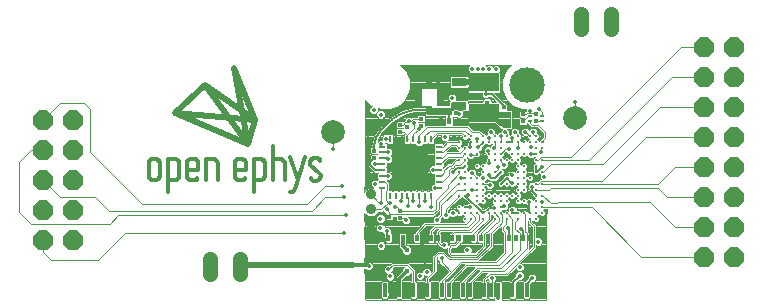
<source format=gtl>
G75*
%MOIN*%
%OFA0B0*%
%FSLAX25Y25*%
%IPPOS*%
%LPD*%
%AMOC8*
5,1,8,0,0,1.08239X$1,22.5*
%
%ADD10R,0.01575X0.01181*%
%ADD11R,0.01181X0.01575*%
%ADD12R,0.01575X0.02362*%
%ADD13R,0.09843X0.05906*%
%ADD14R,0.12205X0.12205*%
%ADD15R,0.00984X0.02362*%
%ADD16R,0.02362X0.00984*%
%ADD17R,0.05118X0.02756*%
%ADD18R,0.01969X0.02756*%
%ADD19R,0.02362X0.05906*%
%ADD20R,0.01969X0.02362*%
%ADD21R,0.01378X0.02362*%
%ADD22C,0.00984*%
%ADD23R,0.01378X0.00787*%
%ADD24R,0.01181X0.04921*%
%ADD25R,0.01181X0.02362*%
%ADD26OC8,0.06600*%
%ADD27C,0.03543*%
%ADD28C,0.05040*%
%ADD29C,0.07874*%
%ADD30C,0.02165*%
%ADD31C,0.01417*%
%ADD32C,0.01387*%
%ADD33C,0.00787*%
%ADD34C,0.00354*%
%ADD35C,0.11811*%
%ADD36C,0.01181*%
%ADD37C,0.01969*%
%ADD38C,0.01781*%
%ADD39C,0.00591*%
%ADD40C,0.00350*%
D10*
X0175941Y0072476D03*
X0179563Y0074445D03*
X0175941Y0074839D03*
X0179563Y0076807D03*
X0170862Y0094484D03*
X0170862Y0096846D03*
X0179524Y0103146D03*
X0179524Y0105508D03*
X0186571Y0105193D03*
X0186571Y0107555D03*
X0213972Y0109012D03*
X0220429Y0108972D03*
X0220429Y0106610D03*
X0224760Y0106610D03*
X0224760Y0108972D03*
X0213972Y0111374D03*
D11*
X0215783Y0108618D03*
X0218146Y0108618D03*
X0197988Y0109248D03*
X0195626Y0109248D03*
D12*
X0214235Y0105941D03*
X0218435Y0105941D03*
D13*
X0207476Y0109445D03*
X0207476Y0119681D03*
D14*
X0182909Y0091335D03*
D15*
X0181925Y0100783D03*
X0179957Y0100783D03*
X0177988Y0100783D03*
X0176020Y0100783D03*
X0183894Y0100783D03*
X0185862Y0100783D03*
X0187831Y0100783D03*
X0189799Y0100783D03*
X0189799Y0081886D03*
X0187831Y0081886D03*
X0185862Y0081886D03*
X0183894Y0081886D03*
X0181925Y0081886D03*
X0179957Y0081886D03*
X0177988Y0081886D03*
X0176020Y0081886D03*
D16*
X0173461Y0084445D03*
X0173461Y0086413D03*
X0173461Y0088382D03*
X0173461Y0090350D03*
X0173461Y0092319D03*
X0173461Y0094287D03*
X0173461Y0096256D03*
X0173461Y0098224D03*
X0192358Y0098224D03*
X0192358Y0096256D03*
X0192358Y0094287D03*
X0192358Y0092319D03*
X0192358Y0090350D03*
X0192358Y0088382D03*
X0192358Y0086413D03*
X0192358Y0084445D03*
D17*
X0199051Y0111846D03*
X0199051Y0119720D03*
D18*
X0189248Y0110508D03*
D19*
X0185311Y0114839D03*
X0193185Y0114839D03*
D20*
X0189248Y0118776D03*
D21*
X0193205Y0106846D03*
X0195764Y0106846D03*
D22*
X0199209Y0101571D03*
X0201177Y0101571D03*
X0201177Y0099602D03*
X0201177Y0097634D03*
X0199209Y0097634D03*
X0199209Y0099602D03*
X0203146Y0099602D03*
X0205114Y0099602D03*
X0207083Y0099602D03*
X0209051Y0099602D03*
X0211020Y0099602D03*
X0212988Y0099602D03*
X0212988Y0097634D03*
X0212988Y0095665D03*
X0211020Y0095665D03*
X0209051Y0095665D03*
X0207083Y0095665D03*
X0205114Y0095665D03*
X0201177Y0095665D03*
X0201177Y0093697D03*
X0199209Y0093697D03*
X0201177Y0091728D03*
X0201177Y0089760D03*
X0199209Y0089760D03*
X0201177Y0087791D03*
X0201177Y0085823D03*
X0199209Y0085823D03*
X0201177Y0083854D03*
X0201177Y0081886D03*
X0199209Y0081886D03*
X0201177Y0079917D03*
X0201177Y0077949D03*
X0199209Y0077949D03*
X0199209Y0075980D03*
X0201177Y0075980D03*
X0201177Y0074012D03*
X0199209Y0074012D03*
X0203146Y0074012D03*
X0203146Y0075980D03*
X0205114Y0075980D03*
X0207083Y0075980D03*
X0209051Y0075980D03*
X0211020Y0075980D03*
X0212988Y0075980D03*
X0214957Y0075980D03*
X0214957Y0074012D03*
X0216925Y0075980D03*
X0218894Y0075980D03*
X0218894Y0074012D03*
X0220862Y0075980D03*
X0222831Y0075980D03*
X0222831Y0074012D03*
X0224799Y0074012D03*
X0224799Y0075980D03*
X0226768Y0075980D03*
X0226768Y0074012D03*
X0226768Y0077949D03*
X0224799Y0077949D03*
X0224799Y0079917D03*
X0224799Y0081886D03*
X0224799Y0083854D03*
X0224799Y0085823D03*
X0224799Y0087791D03*
X0222831Y0087791D03*
X0220862Y0087791D03*
X0220862Y0085823D03*
X0218894Y0085823D03*
X0218894Y0087791D03*
X0218894Y0089760D03*
X0220862Y0089760D03*
X0220862Y0091728D03*
X0218894Y0091728D03*
X0218894Y0093697D03*
X0220862Y0093697D03*
X0216925Y0093697D03*
X0214957Y0093697D03*
X0212988Y0093697D03*
X0211020Y0093697D03*
X0209051Y0093697D03*
X0207083Y0093697D03*
X0207083Y0091728D03*
X0207083Y0089760D03*
X0207083Y0087791D03*
X0207083Y0085823D03*
X0207083Y0083854D03*
X0207083Y0081886D03*
X0209051Y0081886D03*
X0209051Y0079917D03*
X0207083Y0079917D03*
X0205114Y0079917D03*
X0205114Y0081886D03*
X0205114Y0083854D03*
X0205114Y0085823D03*
X0205114Y0087791D03*
X0203146Y0087791D03*
X0205114Y0089760D03*
X0205114Y0091728D03*
X0205114Y0093697D03*
X0211020Y0089760D03*
X0212988Y0089760D03*
X0212988Y0087791D03*
X0212988Y0085823D03*
X0211020Y0085823D03*
X0211020Y0087791D03*
X0214957Y0087791D03*
X0214957Y0085823D03*
X0218894Y0083854D03*
X0218894Y0081886D03*
X0220862Y0081886D03*
X0220862Y0083854D03*
X0216925Y0081886D03*
X0214957Y0081886D03*
X0214957Y0079917D03*
X0216925Y0079917D03*
X0218894Y0079917D03*
X0220862Y0079917D03*
X0226768Y0081886D03*
X0226768Y0085823D03*
X0226768Y0089760D03*
X0224799Y0089760D03*
X0224799Y0091728D03*
X0224799Y0093697D03*
X0226768Y0093697D03*
X0224799Y0095665D03*
X0224799Y0097634D03*
X0224799Y0099602D03*
X0222831Y0099602D03*
X0220862Y0099602D03*
X0218894Y0099602D03*
X0216925Y0099602D03*
X0214957Y0099602D03*
X0214957Y0101571D03*
X0218894Y0101571D03*
X0222831Y0101571D03*
X0224799Y0101571D03*
X0226768Y0101571D03*
X0226768Y0099602D03*
X0226768Y0097634D03*
X0220862Y0095665D03*
X0218894Y0095665D03*
X0216925Y0095665D03*
X0214957Y0095665D03*
X0211020Y0101571D03*
X0207083Y0101571D03*
X0203146Y0101571D03*
X0214957Y0089760D03*
X0212988Y0081886D03*
X0211020Y0081886D03*
X0211020Y0079917D03*
X0212988Y0079917D03*
X0212988Y0077949D03*
X0211020Y0074012D03*
X0207083Y0074012D03*
D23*
X0222831Y0106689D03*
X0222831Y0108264D03*
X0226807Y0108343D03*
X0226807Y0106768D03*
D24*
X0224012Y0050500D03*
X0221650Y0050500D03*
X0219287Y0050500D03*
X0216925Y0050500D03*
X0214563Y0050500D03*
X0212201Y0050500D03*
X0209839Y0050500D03*
X0207476Y0050500D03*
X0205114Y0050500D03*
X0202752Y0050500D03*
X0200390Y0050500D03*
X0198028Y0050500D03*
X0195665Y0050500D03*
X0193303Y0050500D03*
X0190941Y0050500D03*
X0188579Y0050500D03*
X0186217Y0050500D03*
X0183854Y0050500D03*
X0181492Y0050500D03*
X0179130Y0050500D03*
X0176768Y0050500D03*
X0174406Y0050500D03*
X0172043Y0050500D03*
D25*
X0173224Y0067823D03*
X0175587Y0067823D03*
X0177949Y0067823D03*
X0180311Y0067823D03*
X0182673Y0067823D03*
X0185035Y0067823D03*
X0187398Y0067823D03*
X0189760Y0067823D03*
X0192122Y0067823D03*
X0194484Y0067823D03*
X0196846Y0067823D03*
X0199209Y0067823D03*
X0201571Y0067823D03*
X0203933Y0067823D03*
X0206295Y0067823D03*
X0208657Y0067823D03*
X0211020Y0067823D03*
X0213382Y0067823D03*
X0215744Y0067823D03*
X0218106Y0067823D03*
X0220469Y0067823D03*
X0222831Y0067823D03*
D26*
X0280823Y0071453D03*
X0290823Y0071453D03*
X0290823Y0081453D03*
X0280823Y0081453D03*
X0280823Y0091453D03*
X0290823Y0091453D03*
X0290823Y0101453D03*
X0280823Y0101453D03*
X0280823Y0111453D03*
X0290823Y0111453D03*
X0290823Y0121453D03*
X0280823Y0121453D03*
X0280823Y0131453D03*
X0290823Y0131453D03*
X0290823Y0061453D03*
X0280823Y0061453D03*
X0070350Y0067004D03*
X0060350Y0067004D03*
X0060350Y0077004D03*
X0070350Y0077004D03*
X0070350Y0087004D03*
X0060350Y0087004D03*
X0060350Y0097004D03*
X0070350Y0097004D03*
X0070350Y0107004D03*
X0060350Y0107004D03*
D27*
X0169799Y0082240D03*
X0169720Y0077240D03*
X0169720Y0072398D03*
D28*
X0115980Y0060784D02*
X0115980Y0055744D01*
X0125980Y0055744D02*
X0125980Y0060784D01*
X0239760Y0137240D02*
X0239760Y0142280D01*
X0249760Y0142280D02*
X0249760Y0137240D01*
D29*
X0237791Y0107870D03*
X0157083Y0103146D03*
D30*
X0131098Y0107083D02*
X0114563Y0118894D01*
X0128736Y0099209D01*
X0124012Y0124406D01*
X0131098Y0107083D01*
X0128736Y0099209D01*
X0104327Y0109445D01*
X0114563Y0118894D01*
X0104327Y0109445D02*
X0131098Y0107083D01*
D31*
X0137240Y0098343D02*
X0137240Y0087161D01*
X0134406Y0088500D02*
X0134406Y0092594D01*
X0134405Y0092594D02*
X0134403Y0092668D01*
X0134397Y0092742D01*
X0134388Y0092816D01*
X0134374Y0092889D01*
X0134357Y0092961D01*
X0134336Y0093032D01*
X0134311Y0093102D01*
X0134282Y0093170D01*
X0134251Y0093237D01*
X0134215Y0093303D01*
X0134176Y0093366D01*
X0134134Y0093427D01*
X0134089Y0093486D01*
X0134041Y0093542D01*
X0133990Y0093596D01*
X0133936Y0093647D01*
X0133880Y0093695D01*
X0133821Y0093740D01*
X0133760Y0093782D01*
X0133697Y0093821D01*
X0133631Y0093857D01*
X0133564Y0093888D01*
X0133496Y0093917D01*
X0133426Y0093942D01*
X0133355Y0093963D01*
X0133283Y0093980D01*
X0133210Y0093994D01*
X0133136Y0094003D01*
X0133062Y0094009D01*
X0132988Y0094011D01*
X0132988Y0094012D02*
X0130626Y0094012D01*
X0130626Y0087083D01*
X0132988Y0087083D01*
X0133062Y0087085D01*
X0133136Y0087091D01*
X0133210Y0087100D01*
X0133283Y0087114D01*
X0133355Y0087131D01*
X0133426Y0087152D01*
X0133496Y0087177D01*
X0133564Y0087206D01*
X0133631Y0087237D01*
X0133697Y0087273D01*
X0133760Y0087312D01*
X0133821Y0087354D01*
X0133880Y0087399D01*
X0133936Y0087447D01*
X0133990Y0087498D01*
X0134041Y0087552D01*
X0134089Y0087608D01*
X0134134Y0087667D01*
X0134176Y0087728D01*
X0134215Y0087792D01*
X0134251Y0087857D01*
X0134282Y0087924D01*
X0134311Y0087992D01*
X0134336Y0088062D01*
X0134357Y0088133D01*
X0134374Y0088205D01*
X0134388Y0088278D01*
X0134397Y0088352D01*
X0134403Y0088426D01*
X0134405Y0088500D01*
X0130626Y0087004D02*
X0130626Y0082909D01*
X0127161Y0087083D02*
X0125744Y0087083D01*
X0125670Y0087085D01*
X0125596Y0087091D01*
X0125522Y0087100D01*
X0125449Y0087114D01*
X0125377Y0087131D01*
X0125306Y0087152D01*
X0125236Y0087177D01*
X0125168Y0087206D01*
X0125101Y0087237D01*
X0125036Y0087273D01*
X0124972Y0087312D01*
X0124911Y0087354D01*
X0124852Y0087399D01*
X0124796Y0087447D01*
X0124742Y0087498D01*
X0124691Y0087552D01*
X0124643Y0087608D01*
X0124598Y0087667D01*
X0124556Y0087728D01*
X0124517Y0087792D01*
X0124481Y0087857D01*
X0124450Y0087924D01*
X0124421Y0087992D01*
X0124396Y0088062D01*
X0124375Y0088133D01*
X0124358Y0088205D01*
X0124344Y0088278D01*
X0124335Y0088352D01*
X0124329Y0088426D01*
X0124327Y0088500D01*
X0124327Y0092594D01*
X0124329Y0092668D01*
X0124335Y0092742D01*
X0124344Y0092816D01*
X0124358Y0092889D01*
X0124375Y0092961D01*
X0124396Y0093032D01*
X0124421Y0093102D01*
X0124450Y0093170D01*
X0124481Y0093237D01*
X0124517Y0093303D01*
X0124556Y0093366D01*
X0124598Y0093427D01*
X0124643Y0093486D01*
X0124691Y0093542D01*
X0124742Y0093596D01*
X0124796Y0093647D01*
X0124852Y0093695D01*
X0124911Y0093740D01*
X0124972Y0093782D01*
X0125036Y0093821D01*
X0125101Y0093857D01*
X0125168Y0093888D01*
X0125236Y0093917D01*
X0125306Y0093942D01*
X0125377Y0093963D01*
X0125449Y0093980D01*
X0125522Y0093994D01*
X0125596Y0094003D01*
X0125670Y0094009D01*
X0125744Y0094011D01*
X0125744Y0094012D02*
X0126689Y0094012D01*
X0126689Y0094011D02*
X0126763Y0094009D01*
X0126837Y0094003D01*
X0126911Y0093994D01*
X0126984Y0093980D01*
X0127056Y0093963D01*
X0127127Y0093942D01*
X0127197Y0093917D01*
X0127265Y0093888D01*
X0127332Y0093857D01*
X0127398Y0093821D01*
X0127461Y0093782D01*
X0127522Y0093740D01*
X0127581Y0093695D01*
X0127637Y0093647D01*
X0127691Y0093596D01*
X0127742Y0093542D01*
X0127790Y0093486D01*
X0127835Y0093427D01*
X0127877Y0093366D01*
X0127916Y0093303D01*
X0127952Y0093237D01*
X0127983Y0093170D01*
X0128012Y0093102D01*
X0128037Y0093032D01*
X0128058Y0092961D01*
X0128075Y0092889D01*
X0128089Y0092816D01*
X0128098Y0092742D01*
X0128104Y0092668D01*
X0128106Y0092594D01*
X0128106Y0092437D02*
X0128106Y0090547D01*
X0124799Y0090547D01*
X0127712Y0087634D02*
X0127710Y0087588D01*
X0127704Y0087543D01*
X0127695Y0087499D01*
X0127682Y0087455D01*
X0127666Y0087413D01*
X0127646Y0087372D01*
X0127622Y0087333D01*
X0127596Y0087296D01*
X0127566Y0087261D01*
X0127534Y0087229D01*
X0127499Y0087199D01*
X0127462Y0087173D01*
X0127423Y0087149D01*
X0127382Y0087129D01*
X0127340Y0087113D01*
X0127296Y0087100D01*
X0127252Y0087091D01*
X0127207Y0087085D01*
X0127161Y0087083D01*
X0118657Y0087083D02*
X0118657Y0092594D01*
X0118655Y0092668D01*
X0118649Y0092742D01*
X0118640Y0092816D01*
X0118626Y0092889D01*
X0118609Y0092961D01*
X0118588Y0093032D01*
X0118563Y0093102D01*
X0118534Y0093170D01*
X0118503Y0093237D01*
X0118467Y0093303D01*
X0118428Y0093366D01*
X0118386Y0093427D01*
X0118341Y0093486D01*
X0118293Y0093542D01*
X0118242Y0093596D01*
X0118188Y0093647D01*
X0118132Y0093695D01*
X0118073Y0093740D01*
X0118012Y0093782D01*
X0117949Y0093821D01*
X0117883Y0093857D01*
X0117816Y0093888D01*
X0117748Y0093917D01*
X0117678Y0093942D01*
X0117607Y0093963D01*
X0117535Y0093980D01*
X0117462Y0093994D01*
X0117388Y0094003D01*
X0117314Y0094009D01*
X0117240Y0094011D01*
X0117240Y0094012D02*
X0114878Y0094012D01*
X0114878Y0087083D01*
X0111256Y0087083D02*
X0109839Y0087083D01*
X0109765Y0087085D01*
X0109691Y0087091D01*
X0109617Y0087100D01*
X0109544Y0087114D01*
X0109472Y0087131D01*
X0109401Y0087152D01*
X0109331Y0087177D01*
X0109263Y0087206D01*
X0109196Y0087237D01*
X0109131Y0087273D01*
X0109067Y0087312D01*
X0109006Y0087354D01*
X0108947Y0087399D01*
X0108891Y0087447D01*
X0108837Y0087498D01*
X0108786Y0087552D01*
X0108738Y0087608D01*
X0108693Y0087667D01*
X0108651Y0087728D01*
X0108612Y0087792D01*
X0108576Y0087857D01*
X0108545Y0087924D01*
X0108516Y0087992D01*
X0108491Y0088062D01*
X0108470Y0088133D01*
X0108453Y0088205D01*
X0108439Y0088278D01*
X0108430Y0088352D01*
X0108424Y0088426D01*
X0108422Y0088500D01*
X0108421Y0088500D02*
X0108421Y0092594D01*
X0108422Y0092594D02*
X0108424Y0092668D01*
X0108430Y0092742D01*
X0108439Y0092816D01*
X0108453Y0092889D01*
X0108470Y0092961D01*
X0108491Y0093032D01*
X0108516Y0093102D01*
X0108545Y0093170D01*
X0108576Y0093237D01*
X0108612Y0093303D01*
X0108651Y0093366D01*
X0108693Y0093427D01*
X0108738Y0093486D01*
X0108786Y0093542D01*
X0108837Y0093596D01*
X0108891Y0093647D01*
X0108947Y0093695D01*
X0109006Y0093740D01*
X0109067Y0093782D01*
X0109131Y0093821D01*
X0109196Y0093857D01*
X0109263Y0093888D01*
X0109331Y0093917D01*
X0109401Y0093942D01*
X0109472Y0093963D01*
X0109544Y0093980D01*
X0109617Y0093994D01*
X0109691Y0094003D01*
X0109765Y0094009D01*
X0109839Y0094011D01*
X0109839Y0094012D02*
X0110783Y0094012D01*
X0110783Y0094011D02*
X0110857Y0094009D01*
X0110931Y0094003D01*
X0111005Y0093994D01*
X0111078Y0093980D01*
X0111150Y0093963D01*
X0111221Y0093942D01*
X0111291Y0093917D01*
X0111359Y0093888D01*
X0111426Y0093857D01*
X0111492Y0093821D01*
X0111555Y0093782D01*
X0111616Y0093740D01*
X0111675Y0093695D01*
X0111731Y0093647D01*
X0111785Y0093596D01*
X0111836Y0093542D01*
X0111884Y0093486D01*
X0111929Y0093427D01*
X0111971Y0093366D01*
X0112010Y0093303D01*
X0112046Y0093237D01*
X0112077Y0093170D01*
X0112106Y0093102D01*
X0112131Y0093032D01*
X0112152Y0092961D01*
X0112169Y0092889D01*
X0112183Y0092816D01*
X0112192Y0092742D01*
X0112198Y0092668D01*
X0112200Y0092594D01*
X0112201Y0092437D02*
X0112201Y0090547D01*
X0108894Y0090547D01*
X0105823Y0088500D02*
X0105823Y0092594D01*
X0105821Y0092668D01*
X0105815Y0092742D01*
X0105806Y0092816D01*
X0105792Y0092889D01*
X0105775Y0092961D01*
X0105754Y0093032D01*
X0105729Y0093102D01*
X0105700Y0093170D01*
X0105669Y0093237D01*
X0105633Y0093303D01*
X0105594Y0093366D01*
X0105552Y0093427D01*
X0105507Y0093486D01*
X0105459Y0093542D01*
X0105408Y0093596D01*
X0105354Y0093647D01*
X0105298Y0093695D01*
X0105239Y0093740D01*
X0105178Y0093782D01*
X0105115Y0093821D01*
X0105049Y0093857D01*
X0104982Y0093888D01*
X0104914Y0093917D01*
X0104844Y0093942D01*
X0104773Y0093963D01*
X0104701Y0093980D01*
X0104628Y0093994D01*
X0104554Y0094003D01*
X0104480Y0094009D01*
X0104406Y0094011D01*
X0104406Y0094012D02*
X0102043Y0094012D01*
X0102043Y0087083D01*
X0104406Y0087083D01*
X0104480Y0087085D01*
X0104554Y0087091D01*
X0104628Y0087100D01*
X0104701Y0087114D01*
X0104773Y0087131D01*
X0104844Y0087152D01*
X0104914Y0087177D01*
X0104982Y0087206D01*
X0105049Y0087237D01*
X0105115Y0087273D01*
X0105178Y0087312D01*
X0105239Y0087354D01*
X0105298Y0087399D01*
X0105354Y0087447D01*
X0105408Y0087498D01*
X0105459Y0087552D01*
X0105507Y0087608D01*
X0105552Y0087667D01*
X0105594Y0087728D01*
X0105633Y0087792D01*
X0105669Y0087857D01*
X0105700Y0087924D01*
X0105729Y0087992D01*
X0105754Y0088062D01*
X0105775Y0088133D01*
X0105792Y0088205D01*
X0105806Y0088278D01*
X0105815Y0088352D01*
X0105821Y0088426D01*
X0105823Y0088500D01*
X0102043Y0087004D02*
X0102043Y0082909D01*
X0097791Y0087083D02*
X0097319Y0087083D01*
X0097083Y0087083D02*
X0097009Y0087085D01*
X0096935Y0087091D01*
X0096861Y0087100D01*
X0096788Y0087114D01*
X0096716Y0087131D01*
X0096645Y0087152D01*
X0096575Y0087177D01*
X0096507Y0087206D01*
X0096440Y0087237D01*
X0096375Y0087273D01*
X0096311Y0087312D01*
X0096250Y0087354D01*
X0096191Y0087399D01*
X0096135Y0087447D01*
X0096081Y0087498D01*
X0096030Y0087552D01*
X0095982Y0087608D01*
X0095937Y0087667D01*
X0095895Y0087728D01*
X0095856Y0087792D01*
X0095820Y0087857D01*
X0095789Y0087924D01*
X0095760Y0087992D01*
X0095735Y0088062D01*
X0095714Y0088133D01*
X0095697Y0088205D01*
X0095683Y0088278D01*
X0095674Y0088352D01*
X0095668Y0088426D01*
X0095666Y0088500D01*
X0095665Y0088500D02*
X0095665Y0092594D01*
X0095666Y0092594D02*
X0095668Y0092668D01*
X0095674Y0092742D01*
X0095683Y0092816D01*
X0095697Y0092889D01*
X0095714Y0092961D01*
X0095735Y0093032D01*
X0095760Y0093102D01*
X0095789Y0093170D01*
X0095820Y0093237D01*
X0095856Y0093303D01*
X0095895Y0093366D01*
X0095937Y0093427D01*
X0095982Y0093486D01*
X0096030Y0093542D01*
X0096081Y0093596D01*
X0096135Y0093647D01*
X0096191Y0093695D01*
X0096250Y0093740D01*
X0096311Y0093782D01*
X0096375Y0093821D01*
X0096440Y0093857D01*
X0096507Y0093888D01*
X0096575Y0093917D01*
X0096645Y0093942D01*
X0096716Y0093963D01*
X0096788Y0093980D01*
X0096861Y0093994D01*
X0096935Y0094003D01*
X0097009Y0094009D01*
X0097083Y0094011D01*
X0097201Y0094012D02*
X0098028Y0094012D01*
X0097988Y0094011D02*
X0098062Y0094009D01*
X0098136Y0094003D01*
X0098210Y0093994D01*
X0098283Y0093980D01*
X0098355Y0093963D01*
X0098426Y0093942D01*
X0098496Y0093917D01*
X0098564Y0093888D01*
X0098631Y0093857D01*
X0098697Y0093821D01*
X0098760Y0093782D01*
X0098821Y0093740D01*
X0098880Y0093695D01*
X0098936Y0093647D01*
X0098990Y0093596D01*
X0099041Y0093542D01*
X0099089Y0093486D01*
X0099134Y0093427D01*
X0099176Y0093366D01*
X0099215Y0093303D01*
X0099251Y0093237D01*
X0099282Y0093170D01*
X0099311Y0093102D01*
X0099336Y0093032D01*
X0099357Y0092961D01*
X0099374Y0092889D01*
X0099388Y0092816D01*
X0099397Y0092742D01*
X0099403Y0092668D01*
X0099405Y0092594D01*
X0099406Y0092594D02*
X0099406Y0088500D01*
X0099405Y0088500D02*
X0099403Y0088426D01*
X0099397Y0088352D01*
X0099388Y0088278D01*
X0099374Y0088205D01*
X0099357Y0088133D01*
X0099336Y0088062D01*
X0099311Y0087992D01*
X0099282Y0087924D01*
X0099251Y0087857D01*
X0099215Y0087792D01*
X0099176Y0087728D01*
X0099134Y0087667D01*
X0099089Y0087608D01*
X0099041Y0087552D01*
X0098990Y0087498D01*
X0098936Y0087447D01*
X0098880Y0087399D01*
X0098821Y0087354D01*
X0098760Y0087312D01*
X0098697Y0087273D01*
X0098631Y0087237D01*
X0098564Y0087206D01*
X0098496Y0087177D01*
X0098426Y0087152D01*
X0098355Y0087131D01*
X0098283Y0087114D01*
X0098210Y0087100D01*
X0098136Y0087091D01*
X0098062Y0087085D01*
X0097988Y0087083D01*
X0111256Y0087083D02*
X0111302Y0087085D01*
X0111347Y0087091D01*
X0111391Y0087100D01*
X0111435Y0087113D01*
X0111477Y0087129D01*
X0111518Y0087149D01*
X0111557Y0087173D01*
X0111594Y0087199D01*
X0111629Y0087229D01*
X0111661Y0087261D01*
X0111691Y0087296D01*
X0111717Y0087333D01*
X0111741Y0087372D01*
X0111761Y0087413D01*
X0111777Y0087455D01*
X0111790Y0087499D01*
X0111799Y0087543D01*
X0111805Y0087588D01*
X0111807Y0087634D01*
X0137791Y0094012D02*
X0139602Y0094012D01*
X0139602Y0094011D02*
X0139676Y0094009D01*
X0139750Y0094003D01*
X0139824Y0093994D01*
X0139897Y0093980D01*
X0139969Y0093963D01*
X0140040Y0093942D01*
X0140110Y0093917D01*
X0140178Y0093888D01*
X0140245Y0093857D01*
X0140311Y0093821D01*
X0140374Y0093782D01*
X0140435Y0093740D01*
X0140494Y0093695D01*
X0140550Y0093647D01*
X0140604Y0093596D01*
X0140655Y0093542D01*
X0140703Y0093486D01*
X0140748Y0093427D01*
X0140790Y0093366D01*
X0140829Y0093303D01*
X0140865Y0093237D01*
X0140896Y0093170D01*
X0140925Y0093102D01*
X0140950Y0093032D01*
X0140971Y0092961D01*
X0140988Y0092889D01*
X0141002Y0092816D01*
X0141011Y0092742D01*
X0141017Y0092668D01*
X0141019Y0092594D01*
X0141020Y0092594D02*
X0141098Y0087083D01*
X0145429Y0087161D02*
X0142831Y0094720D01*
X0147870Y0094720D02*
X0144563Y0084091D01*
X0144484Y0083933D02*
X0143933Y0083146D01*
X0143224Y0082988D01*
X0142831Y0082988D01*
X0149681Y0087476D02*
X0149681Y0087634D01*
X0149681Y0087476D02*
X0149839Y0087240D01*
X0150232Y0087004D01*
X0150547Y0086846D01*
X0150626Y0086846D02*
X0151571Y0086846D01*
X0151571Y0086847D02*
X0151645Y0086849D01*
X0151719Y0086855D01*
X0151793Y0086864D01*
X0151866Y0086878D01*
X0151938Y0086895D01*
X0152009Y0086916D01*
X0152079Y0086941D01*
X0152147Y0086970D01*
X0152214Y0087001D01*
X0152280Y0087037D01*
X0152343Y0087076D01*
X0152404Y0087118D01*
X0152463Y0087163D01*
X0152519Y0087211D01*
X0152573Y0087262D01*
X0152624Y0087316D01*
X0152672Y0087372D01*
X0152717Y0087431D01*
X0152759Y0087492D01*
X0152798Y0087556D01*
X0152834Y0087621D01*
X0152865Y0087688D01*
X0152894Y0087756D01*
X0152919Y0087826D01*
X0152940Y0087897D01*
X0152957Y0087969D01*
X0152971Y0088042D01*
X0152980Y0088116D01*
X0152986Y0088190D01*
X0152988Y0088264D01*
X0152988Y0088343D02*
X0152988Y0088736D01*
X0152909Y0089130D01*
X0152201Y0089839D01*
X0150941Y0090783D01*
X0151177Y0090626D02*
X0149917Y0091571D01*
X0149602Y0092043D01*
X0149524Y0092437D01*
X0149524Y0092831D01*
X0149524Y0092909D02*
X0149526Y0092983D01*
X0149532Y0093057D01*
X0149541Y0093131D01*
X0149555Y0093204D01*
X0149572Y0093276D01*
X0149593Y0093347D01*
X0149618Y0093417D01*
X0149647Y0093485D01*
X0149678Y0093552D01*
X0149714Y0093618D01*
X0149753Y0093681D01*
X0149795Y0093742D01*
X0149840Y0093801D01*
X0149888Y0093857D01*
X0149939Y0093911D01*
X0149993Y0093962D01*
X0150049Y0094010D01*
X0150108Y0094055D01*
X0150169Y0094097D01*
X0150233Y0094136D01*
X0150298Y0094172D01*
X0150365Y0094203D01*
X0150433Y0094232D01*
X0150503Y0094257D01*
X0150574Y0094278D01*
X0150646Y0094295D01*
X0150719Y0094309D01*
X0150793Y0094318D01*
X0150867Y0094324D01*
X0150941Y0094326D01*
X0150941Y0094327D02*
X0151886Y0094327D01*
X0151965Y0094327D02*
X0152280Y0094169D01*
X0152673Y0093933D01*
X0152831Y0093697D01*
X0152831Y0093539D01*
D32*
X0157083Y0097240D03*
X0168815Y0095665D03*
X0173067Y0099012D03*
X0174720Y0100862D03*
X0175613Y0096453D03*
X0175613Y0094078D03*
X0171098Y0092516D03*
X0168894Y0089563D03*
X0171086Y0085823D03*
X0175298Y0088421D03*
X0180705Y0088185D03*
X0180705Y0090154D03*
X0180705Y0092122D03*
X0180705Y0094091D03*
X0180705Y0096059D03*
X0183067Y0096059D03*
X0183067Y0094091D03*
X0183067Y0092122D03*
X0183067Y0090154D03*
X0183067Y0088185D03*
X0185429Y0090154D03*
X0185429Y0092122D03*
X0185429Y0094091D03*
X0185429Y0096059D03*
X0185823Y0099628D03*
X0185646Y0104110D03*
X0184248Y0105902D03*
X0182358Y0106846D03*
X0180193Y0107319D03*
X0177280Y0109563D03*
X0179327Y0111256D03*
X0181335Y0112161D03*
X0172979Y0108867D03*
X0174012Y0107083D03*
X0172043Y0106768D03*
X0168815Y0109012D03*
X0170624Y0110470D03*
X0168854Y0101925D03*
X0168894Y0099602D03*
X0189366Y0106295D03*
X0194404Y0101336D03*
X0197594Y0101374D03*
X0197122Y0097476D03*
X0195902Y0093264D03*
X0190599Y0090547D03*
X0197115Y0089681D03*
X0199713Y0087821D03*
X0203428Y0089477D03*
X0203185Y0091571D03*
X0209051Y0092599D03*
X0212068Y0091282D03*
X0213957Y0092090D03*
X0215744Y0090547D03*
X0216925Y0088579D03*
X0216925Y0086217D03*
X0216925Y0083854D03*
X0210744Y0083657D03*
X0209334Y0085310D03*
X0207070Y0087791D03*
X0209051Y0088579D03*
X0203382Y0083854D03*
X0202109Y0082158D03*
X0202752Y0078028D03*
X0207713Y0078303D03*
X0210712Y0077660D03*
X0214169Y0078421D03*
X0216952Y0077083D03*
X0219878Y0078382D03*
X0222548Y0079760D03*
X0222594Y0081925D03*
X0226728Y0079642D03*
X0223382Y0084878D03*
X0227594Y0088224D03*
X0226912Y0091531D03*
X0222649Y0091546D03*
X0214814Y0095523D03*
X0215759Y0097247D03*
X0218894Y0097634D03*
X0216925Y0100998D03*
X0217713Y0103146D03*
X0214403Y0102936D03*
X0212988Y0101682D03*
X0212437Y0104130D03*
X0209728Y0102956D03*
X0209051Y0101177D03*
X0210776Y0097824D03*
X0208759Y0096859D03*
X0205547Y0097949D03*
X0205127Y0100580D03*
X0202863Y0097912D03*
X0203028Y0095350D03*
X0221256Y0103146D03*
X0223815Y0103146D03*
X0223113Y0097917D03*
X0223093Y0095665D03*
X0226623Y0096308D03*
X0222831Y0110166D03*
X0225705Y0110855D03*
X0218421Y0110154D03*
X0216217Y0111177D03*
X0213106Y0115508D03*
X0208014Y0115744D03*
X0200193Y0114996D03*
X0196846Y0114432D03*
X0199024Y0109169D03*
X0192122Y0119366D03*
X0192634Y0124209D03*
X0190232Y0124878D03*
X0195154Y0124248D03*
X0197122Y0123067D03*
X0198697Y0124248D03*
X0199878Y0122673D03*
X0203343Y0124209D03*
X0205311Y0124209D03*
X0207280Y0124209D03*
X0209248Y0124012D03*
X0211413Y0124012D03*
X0213500Y0124130D03*
X0237791Y0112988D03*
X0191172Y0084450D03*
X0187791Y0080114D03*
X0185823Y0078343D03*
X0183854Y0080114D03*
X0182280Y0078343D03*
X0179917Y0080114D03*
X0177752Y0077949D03*
X0175980Y0079511D03*
X0175206Y0077240D03*
X0173224Y0079524D03*
X0172922Y0074209D03*
X0172922Y0071059D03*
X0174983Y0070075D03*
X0178657Y0072594D03*
X0181492Y0073625D03*
X0189760Y0078153D03*
X0191682Y0073729D03*
X0194642Y0075424D03*
X0197004Y0076020D03*
X0197280Y0077949D03*
X0197877Y0074051D03*
X0194642Y0069157D03*
X0194198Y0065448D03*
X0197791Y0063645D03*
X0201952Y0063644D03*
X0193306Y0061020D03*
X0187909Y0058736D03*
X0188303Y0056453D03*
X0186098Y0055154D03*
X0184799Y0058224D03*
X0176177Y0054917D03*
X0175599Y0057240D03*
X0173326Y0059996D03*
X0168960Y0058461D03*
X0176188Y0063314D03*
X0173158Y0065193D03*
X0184642Y0064602D03*
X0186650Y0065311D03*
X0187752Y0063618D03*
X0200114Y0054917D03*
X0210075Y0054327D03*
X0219327Y0055193D03*
X0223461Y0054366D03*
X0227004Y0051020D03*
X0219371Y0057983D03*
X0210744Y0064209D03*
X0212319Y0070075D03*
X0215311Y0070902D03*
X0219681Y0070862D03*
X0222791Y0070232D03*
X0225902Y0070665D03*
X0226098Y0072319D03*
X0227201Y0069287D03*
X0225390Y0066531D03*
X0212240Y0047634D03*
X0174406Y0049012D03*
X0160803Y0069504D03*
X0161447Y0075370D03*
X0160660Y0081276D03*
X0160059Y0085020D03*
D33*
X0173461Y0088382D02*
X0173500Y0088421D01*
X0175298Y0088421D01*
X0175613Y0094078D02*
X0175613Y0094287D01*
X0173461Y0094287D01*
X0173461Y0096256D02*
X0175417Y0096256D01*
X0175613Y0096453D01*
X0185646Y0104110D02*
X0185646Y0104268D01*
X0186571Y0105193D01*
X0195764Y0106846D02*
X0195764Y0109110D01*
X0195626Y0109248D01*
X0197988Y0109248D02*
X0198067Y0109169D01*
X0199024Y0109169D01*
X0207476Y0109445D02*
X0207476Y0111807D01*
X0208461Y0112791D01*
X0208014Y0115744D02*
X0208014Y0119720D01*
X0207437Y0119720D01*
X0205469Y0119720D01*
X0204524Y0119720D02*
X0206846Y0122043D01*
X0207870Y0122043D01*
X0207909Y0122004D01*
X0207437Y0119720D02*
X0207476Y0119681D01*
X0208014Y0115744D02*
X0210103Y0115744D01*
X0213972Y0111875D01*
X0213972Y0111374D01*
X0216925Y0100998D02*
X0216925Y0099602D01*
X0214957Y0099602D01*
X0207083Y0099602D02*
X0207083Y0099484D01*
X0205547Y0097949D01*
X0202863Y0097912D02*
X0202863Y0099320D01*
X0203146Y0099602D01*
X0201177Y0091728D02*
X0200444Y0090996D01*
X0198430Y0090996D01*
X0197115Y0089681D01*
X0199713Y0087821D02*
X0199743Y0087791D01*
X0201177Y0087791D01*
X0209051Y0088579D02*
X0209839Y0087791D01*
X0211020Y0087791D01*
X0212988Y0089760D01*
X0212988Y0087791D02*
X0214957Y0089760D01*
X0215744Y0090547D01*
X0214957Y0087791D02*
X0212988Y0085823D01*
X0211020Y0085823D02*
X0212988Y0087791D01*
X0214957Y0087791D02*
X0216531Y0086217D01*
X0216925Y0086217D01*
X0223382Y0084878D02*
X0223563Y0084696D01*
X0223563Y0083342D01*
X0224799Y0082107D01*
X0224799Y0081886D01*
X0222548Y0079760D02*
X0222548Y0076263D01*
X0222831Y0075980D01*
X0218894Y0075980D02*
X0216925Y0075980D01*
X0216925Y0077056D01*
X0216952Y0077083D01*
X0210712Y0077660D02*
X0210672Y0077620D01*
X0209275Y0077620D01*
X0208871Y0077216D01*
X0207818Y0076716D02*
X0207083Y0075980D01*
X0201177Y0081886D01*
X0201449Y0082158D01*
X0202109Y0082158D01*
X0202752Y0078028D02*
X0201256Y0078028D01*
X0201177Y0077949D01*
X0192358Y0084445D02*
X0192353Y0084450D01*
X0191172Y0084450D01*
X0190796Y0090350D02*
X0190599Y0090547D01*
X0190796Y0090350D02*
X0192358Y0090350D01*
X0223093Y0095665D02*
X0224799Y0095665D01*
X0224799Y0091728D02*
X0224799Y0089760D01*
X0225020Y0089760D01*
X0226792Y0091531D01*
X0226912Y0091531D01*
X0219681Y0070862D02*
X0220356Y0070187D01*
X0220356Y0069497D01*
X0220469Y0069384D01*
X0220469Y0067823D01*
X0215744Y0067823D02*
X0215744Y0070902D01*
X0215311Y0070902D01*
X0219327Y0055193D02*
X0216925Y0052791D01*
X0216925Y0050500D01*
X0221650Y0050500D02*
X0221650Y0052555D01*
X0223461Y0054366D01*
X0221650Y0050500D02*
X0221846Y0050303D01*
X0221846Y0049012D01*
X0174406Y0049012D02*
X0174406Y0050500D01*
X0175587Y0067823D02*
X0174983Y0068426D01*
X0174983Y0070075D01*
D34*
X0174029Y0069090D02*
X0167520Y0069090D01*
X0167520Y0068738D02*
X0174063Y0068738D01*
X0174063Y0069057D02*
X0174063Y0068045D01*
X0174469Y0067638D01*
X0174469Y0066423D01*
X0174778Y0066115D01*
X0176396Y0066115D01*
X0176704Y0066423D01*
X0176704Y0069222D01*
X0176396Y0069531D01*
X0176354Y0069531D01*
X0176354Y0070643D01*
X0175551Y0071446D01*
X0174416Y0071446D01*
X0174293Y0071323D01*
X0174293Y0071627D01*
X0173490Y0072430D01*
X0172354Y0072430D01*
X0171551Y0071627D01*
X0171551Y0070491D01*
X0172354Y0069688D01*
X0173490Y0069688D01*
X0173613Y0069811D01*
X0173613Y0069507D01*
X0174063Y0069057D01*
X0173676Y0069443D02*
X0167520Y0069443D01*
X0167520Y0069796D02*
X0172246Y0069796D01*
X0171893Y0070149D02*
X0167520Y0070149D01*
X0167520Y0070502D02*
X0171551Y0070502D01*
X0171551Y0070855D02*
X0167520Y0070855D01*
X0167520Y0071038D02*
X0167890Y0071932D01*
X0167890Y0072942D01*
X0167520Y0073836D01*
X0167520Y0076190D01*
X0168768Y0074941D01*
X0170673Y0074941D01*
X0172019Y0076288D01*
X0172019Y0076536D01*
X0173559Y0076536D01*
X0173835Y0076812D01*
X0173835Y0076672D01*
X0174638Y0075869D01*
X0174848Y0075869D01*
X0174626Y0075647D01*
X0174626Y0074030D01*
X0174293Y0074030D01*
X0174626Y0074030D02*
X0174935Y0073721D01*
X0176947Y0073721D01*
X0177255Y0074030D01*
X0178248Y0074030D01*
X0178248Y0073677D02*
X0174293Y0073677D01*
X0174293Y0073641D02*
X0173490Y0072838D01*
X0172354Y0072838D01*
X0171551Y0073641D01*
X0171551Y0074776D01*
X0172354Y0075580D01*
X0173490Y0075580D01*
X0174293Y0074776D01*
X0174293Y0073641D01*
X0173977Y0073324D02*
X0180121Y0073324D01*
X0180121Y0073327D02*
X0180121Y0073057D01*
X0180924Y0072254D01*
X0182060Y0072254D01*
X0182863Y0073057D01*
X0182863Y0074193D01*
X0182174Y0074882D01*
X0190851Y0074882D01*
X0191263Y0075295D01*
X0192567Y0076598D01*
X0192567Y0075839D01*
X0191828Y0075100D01*
X0191114Y0075100D01*
X0190311Y0074297D01*
X0190311Y0073161D01*
X0190410Y0073063D01*
X0187578Y0073063D01*
X0187166Y0072650D01*
X0184744Y0070228D01*
X0184331Y0069815D01*
X0184331Y0069531D01*
X0184227Y0069531D01*
X0183918Y0069222D01*
X0183918Y0066423D01*
X0184227Y0066115D01*
X0185844Y0066115D01*
X0186153Y0066423D01*
X0186153Y0069222D01*
X0185942Y0069434D01*
X0188162Y0071654D01*
X0190343Y0071654D01*
X0189167Y0070478D01*
X0189167Y0069894D01*
X0189169Y0069892D01*
X0189169Y0069531D01*
X0188951Y0069531D01*
X0188642Y0069222D01*
X0188642Y0066423D01*
X0188951Y0066115D01*
X0190569Y0066115D01*
X0190878Y0066423D01*
X0190878Y0069222D01*
X0190573Y0069527D01*
X0190573Y0069892D01*
X0191528Y0070847D01*
X0192134Y0070847D01*
X0192126Y0070839D01*
X0191418Y0070130D01*
X0191418Y0069531D01*
X0191313Y0069531D01*
X0191004Y0069222D01*
X0191004Y0066423D01*
X0191313Y0066115D01*
X0191543Y0066115D01*
X0191830Y0065827D01*
X0192914Y0064744D01*
X0192963Y0064744D01*
X0193630Y0064077D01*
X0194766Y0064077D01*
X0195020Y0064332D01*
X0195020Y0062637D01*
X0195748Y0061909D01*
X0196161Y0061496D01*
X0204977Y0061496D01*
X0208244Y0064763D01*
X0208244Y0068931D01*
X0208482Y0069168D01*
X0208865Y0069168D01*
X0209071Y0069374D01*
X0209071Y0065470D01*
X0204896Y0061296D01*
X0195992Y0061296D01*
X0193989Y0063299D01*
X0191830Y0063299D01*
X0191418Y0062886D01*
X0190237Y0061705D01*
X0190237Y0056951D01*
X0189674Y0056388D01*
X0189674Y0057021D01*
X0188871Y0057824D01*
X0187735Y0057824D01*
X0186932Y0057021D01*
X0186932Y0056258D01*
X0186666Y0056524D01*
X0185531Y0056524D01*
X0184728Y0055721D01*
X0184728Y0054586D01*
X0185531Y0053783D01*
X0186666Y0053783D01*
X0187469Y0054586D01*
X0187469Y0055348D01*
X0187735Y0055082D01*
X0188368Y0055082D01*
X0187874Y0054589D01*
X0187874Y0053488D01*
X0187770Y0053488D01*
X0187461Y0053179D01*
X0187461Y0047821D01*
X0187770Y0047512D01*
X0189388Y0047512D01*
X0189696Y0047821D01*
X0189696Y0053179D01*
X0189388Y0053488D01*
X0189283Y0053488D01*
X0189283Y0054005D01*
X0191233Y0055955D01*
X0191645Y0056367D01*
X0191645Y0061122D01*
X0191935Y0061411D01*
X0191935Y0060452D01*
X0192602Y0059785D01*
X0192602Y0059544D01*
X0195594Y0056551D01*
X0192599Y0053556D01*
X0192599Y0053488D01*
X0192494Y0053488D01*
X0192185Y0053179D01*
X0192185Y0047821D01*
X0192494Y0047512D01*
X0194112Y0047512D01*
X0194421Y0047821D01*
X0194421Y0053179D01*
X0194318Y0053282D01*
X0196882Y0055847D01*
X0197295Y0056259D01*
X0199933Y0058898D01*
X0200815Y0058898D01*
X0195405Y0053488D01*
X0194856Y0053488D01*
X0194548Y0053179D01*
X0194548Y0047821D01*
X0194856Y0047512D01*
X0196474Y0047512D01*
X0196783Y0047821D01*
X0196783Y0052874D01*
X0201823Y0057914D01*
X0204241Y0057914D01*
X0199815Y0053488D01*
X0199581Y0053488D01*
X0199272Y0053179D01*
X0199272Y0047821D01*
X0199581Y0047512D01*
X0201199Y0047512D01*
X0201507Y0047821D01*
X0201507Y0053179D01*
X0201503Y0053184D01*
X0205288Y0056969D01*
X0205894Y0056969D01*
X0202413Y0053488D01*
X0201943Y0053488D01*
X0201634Y0053179D01*
X0201634Y0047821D01*
X0201943Y0047512D01*
X0203561Y0047512D01*
X0203870Y0047821D01*
X0203870Y0052952D01*
X0206922Y0056004D01*
X0208552Y0056004D01*
X0206772Y0054225D01*
X0206772Y0053488D01*
X0206667Y0053488D01*
X0206359Y0053179D01*
X0206359Y0047821D01*
X0206667Y0047512D01*
X0208285Y0047512D01*
X0208594Y0047821D01*
X0208594Y0053179D01*
X0208285Y0053488D01*
X0208181Y0053488D01*
X0208181Y0053641D01*
X0208704Y0054165D01*
X0208704Y0053759D01*
X0209002Y0053460D01*
X0208721Y0053179D01*
X0208721Y0047821D01*
X0209030Y0047512D01*
X0210647Y0047512D01*
X0210869Y0047734D01*
X0210869Y0047066D01*
X0210912Y0047024D01*
X0168588Y0047024D01*
X0168408Y0047047D01*
X0168094Y0047228D01*
X0167914Y0047541D01*
X0167890Y0047722D01*
X0167890Y0055795D01*
X0167520Y0056436D01*
X0167520Y0057540D01*
X0167942Y0057540D01*
X0168392Y0057090D01*
X0169528Y0057090D01*
X0170331Y0057893D01*
X0170331Y0059028D01*
X0169528Y0059831D01*
X0168392Y0059831D01*
X0168336Y0059775D01*
X0167520Y0059775D01*
X0167520Y0060879D01*
X0167890Y0061520D01*
X0167890Y0067212D01*
X0167520Y0067853D01*
X0167520Y0071038D01*
X0167590Y0071207D02*
X0171551Y0071207D01*
X0171551Y0071560D02*
X0167736Y0071560D01*
X0167882Y0071913D02*
X0171837Y0071913D01*
X0172190Y0072266D02*
X0167890Y0072266D01*
X0167890Y0072619D02*
X0180560Y0072619D01*
X0180913Y0072266D02*
X0173654Y0072266D01*
X0174007Y0071913D02*
X0186429Y0071913D01*
X0186076Y0071560D02*
X0174293Y0071560D01*
X0175790Y0071207D02*
X0185723Y0071207D01*
X0185370Y0070855D02*
X0176142Y0070855D01*
X0176354Y0070502D02*
X0185018Y0070502D01*
X0184665Y0070149D02*
X0176354Y0070149D01*
X0176354Y0069796D02*
X0184331Y0069796D01*
X0184139Y0069443D02*
X0181208Y0069443D01*
X0181120Y0069531D02*
X0181429Y0069222D01*
X0181429Y0065617D01*
X0181702Y0065343D01*
X0182338Y0065343D01*
X0183257Y0064425D01*
X0183257Y0063126D01*
X0182338Y0062208D01*
X0181040Y0062208D01*
X0180121Y0063126D01*
X0180121Y0063763D01*
X0179848Y0064036D01*
X0179193Y0064691D01*
X0179193Y0069222D01*
X0179502Y0069531D01*
X0181120Y0069531D01*
X0181429Y0069090D02*
X0183918Y0069090D01*
X0183918Y0068738D02*
X0181429Y0068738D01*
X0181429Y0068385D02*
X0183918Y0068385D01*
X0183918Y0068032D02*
X0181429Y0068032D01*
X0181429Y0067679D02*
X0183918Y0067679D01*
X0183918Y0067326D02*
X0181429Y0067326D01*
X0181429Y0066973D02*
X0183918Y0066973D01*
X0183918Y0066620D02*
X0181429Y0066620D01*
X0181429Y0066268D02*
X0184073Y0066268D01*
X0185035Y0067823D02*
X0185035Y0069524D01*
X0187870Y0072358D01*
X0201492Y0072358D01*
X0203146Y0074012D01*
X0204366Y0073736D02*
X0202181Y0071551D01*
X0191236Y0071551D01*
X0189871Y0070186D01*
X0189167Y0070149D02*
X0186657Y0070149D01*
X0187010Y0070502D02*
X0189191Y0070502D01*
X0189544Y0070855D02*
X0187362Y0070855D01*
X0187715Y0071207D02*
X0189896Y0071207D01*
X0190249Y0071560D02*
X0188068Y0071560D01*
X0187135Y0072619D02*
X0182424Y0072619D01*
X0182072Y0072266D02*
X0186782Y0072266D01*
X0187166Y0072650D02*
X0187166Y0072650D01*
X0187487Y0072972D02*
X0182777Y0072972D01*
X0182863Y0073324D02*
X0190311Y0073324D01*
X0190311Y0073677D02*
X0182863Y0073677D01*
X0182863Y0074030D02*
X0190311Y0074030D01*
X0190397Y0074383D02*
X0182673Y0074383D01*
X0182320Y0074736D02*
X0190750Y0074736D01*
X0191057Y0075089D02*
X0191103Y0075089D01*
X0191410Y0075442D02*
X0192169Y0075442D01*
X0192522Y0075794D02*
X0191763Y0075794D01*
X0192116Y0076147D02*
X0192567Y0076147D01*
X0192567Y0076500D02*
X0192469Y0076500D01*
X0192039Y0077067D02*
X0190559Y0075587D01*
X0175980Y0075587D01*
X0175941Y0075547D01*
X0175941Y0074839D01*
X0175941Y0076505D01*
X0175206Y0077240D01*
X0174360Y0076147D02*
X0171879Y0076147D01*
X0172019Y0076500D02*
X0174007Y0076500D01*
X0174773Y0075794D02*
X0171526Y0075794D01*
X0171173Y0075442D02*
X0172216Y0075442D01*
X0171863Y0075089D02*
X0170820Y0075089D01*
X0171551Y0074736D02*
X0167520Y0074736D01*
X0167520Y0075089D02*
X0168621Y0075089D01*
X0168268Y0075442D02*
X0167520Y0075442D01*
X0167520Y0075794D02*
X0167915Y0075794D01*
X0167562Y0076147D02*
X0167520Y0076147D01*
X0167520Y0074383D02*
X0171551Y0074383D01*
X0171551Y0074030D02*
X0167520Y0074030D01*
X0167585Y0073677D02*
X0171551Y0073677D01*
X0171868Y0073324D02*
X0167731Y0073324D01*
X0167878Y0072972D02*
X0172220Y0072972D01*
X0173624Y0072972D02*
X0180207Y0072972D01*
X0180121Y0073327D02*
X0178557Y0073327D01*
X0178248Y0073636D01*
X0178248Y0074882D01*
X0177255Y0074882D01*
X0177255Y0074030D01*
X0177255Y0074383D02*
X0178248Y0074383D01*
X0178248Y0074736D02*
X0177255Y0074736D01*
X0179563Y0074445D02*
X0180672Y0074445D01*
X0181492Y0073625D01*
X0174626Y0074383D02*
X0174293Y0074383D01*
X0174293Y0074736D02*
X0174626Y0074736D01*
X0174626Y0075089D02*
X0173981Y0075089D01*
X0173628Y0075442D02*
X0174626Y0075442D01*
X0173267Y0077240D02*
X0175538Y0079511D01*
X0175980Y0079511D01*
X0175599Y0079511D01*
X0174799Y0080311D01*
X0174799Y0083365D01*
X0175169Y0083734D01*
X0175169Y0085847D01*
X0174602Y0086413D01*
X0173461Y0086413D01*
X0172026Y0087398D02*
X0171752Y0087124D01*
X0171752Y0087095D01*
X0171654Y0087194D01*
X0170518Y0087194D01*
X0169715Y0086391D01*
X0169715Y0085255D01*
X0170431Y0084539D01*
X0168847Y0084539D01*
X0167520Y0083212D01*
X0167520Y0084501D01*
X0167890Y0085142D01*
X0167890Y0113694D01*
X0169713Y0111871D01*
X0169977Y0111762D01*
X0169253Y0111038D01*
X0169253Y0109902D01*
X0170056Y0109099D01*
X0171192Y0109099D01*
X0171995Y0109902D01*
X0171995Y0110926D01*
X0172758Y0110610D01*
X0176053Y0110610D01*
X0179098Y0111871D01*
X0181428Y0114201D01*
X0182689Y0117246D01*
X0182689Y0120541D01*
X0181428Y0123586D01*
X0179605Y0125409D01*
X0202605Y0125409D01*
X0201972Y0124776D01*
X0201972Y0123641D01*
X0202451Y0123161D01*
X0202337Y0123161D01*
X0202028Y0122852D01*
X0202028Y0121426D01*
X0201829Y0121626D01*
X0196274Y0121626D01*
X0195965Y0121317D01*
X0195965Y0118124D01*
X0196274Y0117815D01*
X0201829Y0117815D01*
X0202028Y0118015D01*
X0202028Y0116510D01*
X0202337Y0116201D01*
X0206643Y0116201D01*
X0206643Y0115176D01*
X0207446Y0114373D01*
X0208582Y0114373D01*
X0209032Y0114823D01*
X0209721Y0114823D01*
X0211620Y0112925D01*
X0210028Y0112925D01*
X0210028Y0113441D01*
X0209110Y0114359D01*
X0207811Y0114359D01*
X0206893Y0113441D01*
X0206893Y0112925D01*
X0202337Y0112925D01*
X0202137Y0112725D01*
X0202137Y0113443D01*
X0201829Y0113752D01*
X0198104Y0113752D01*
X0198217Y0113864D01*
X0198217Y0115000D01*
X0197413Y0115803D01*
X0196278Y0115803D01*
X0195475Y0115000D01*
X0195475Y0113864D01*
X0195962Y0113378D01*
X0195909Y0113323D01*
X0195709Y0113122D01*
X0195709Y0113112D01*
X0195702Y0113105D01*
X0195709Y0112822D01*
X0195709Y0112539D01*
X0195716Y0112532D01*
X0195731Y0111921D01*
X0191787Y0111921D01*
X0191787Y0117668D01*
X0191684Y0117772D01*
X0186419Y0117772D01*
X0186315Y0117668D01*
X0186315Y0111812D01*
X0186419Y0111709D01*
X0187737Y0111709D01*
X0187737Y0111567D01*
X0187678Y0111508D01*
X0187678Y0111330D01*
X0183980Y0111330D01*
X0179998Y0110263D01*
X0176428Y0108202D01*
X0175212Y0106986D01*
X0175212Y0106986D01*
X0172864Y0104638D01*
X0172851Y0104638D01*
X0172625Y0104399D01*
X0172392Y0104166D01*
X0172392Y0104153D01*
X0171747Y0103472D01*
X0170542Y0101248D01*
X0170542Y0101248D01*
X0169953Y0098787D01*
X0169976Y0097964D01*
X0169856Y0097964D01*
X0169548Y0097655D01*
X0169548Y0096038D01*
X0169856Y0095729D01*
X0171752Y0095729D01*
X0171752Y0095602D01*
X0169856Y0095602D01*
X0169548Y0095293D01*
X0169548Y0094234D01*
X0169269Y0093955D01*
X0168787Y0093473D01*
X0168787Y0091558D01*
X0169269Y0091077D01*
X0170336Y0090010D01*
X0170817Y0089528D01*
X0171864Y0089528D01*
X0172026Y0089366D01*
X0171752Y0089092D01*
X0171752Y0087671D01*
X0172026Y0087398D01*
X0171986Y0087438D02*
X0167890Y0087438D01*
X0167890Y0087085D02*
X0170410Y0087085D01*
X0170057Y0086732D02*
X0167890Y0086732D01*
X0167890Y0086380D02*
X0169715Y0086380D01*
X0169715Y0086027D02*
X0167890Y0086027D01*
X0167890Y0085674D02*
X0169715Y0085674D01*
X0169715Y0085321D02*
X0167890Y0085321D01*
X0167789Y0084968D02*
X0170002Y0084968D01*
X0170355Y0084615D02*
X0167586Y0084615D01*
X0167520Y0084263D02*
X0168571Y0084263D01*
X0168218Y0083910D02*
X0167520Y0083910D01*
X0167520Y0083557D02*
X0167865Y0083557D01*
X0169799Y0082240D02*
X0172516Y0079524D01*
X0173224Y0079524D01*
X0173224Y0084209D01*
X0173461Y0084445D01*
X0175873Y0084615D02*
X0189802Y0084615D01*
X0189802Y0084263D02*
X0175873Y0084263D01*
X0175873Y0083910D02*
X0189802Y0083910D01*
X0189802Y0083882D02*
X0190089Y0083594D01*
X0189089Y0083594D01*
X0188815Y0083320D01*
X0188541Y0083594D01*
X0187120Y0083594D01*
X0186846Y0083320D01*
X0186573Y0083594D01*
X0185152Y0083594D01*
X0184878Y0083320D01*
X0184604Y0083594D01*
X0183183Y0083594D01*
X0182909Y0083320D01*
X0182636Y0083594D01*
X0181215Y0083594D01*
X0180941Y0083320D01*
X0180667Y0083594D01*
X0179246Y0083594D01*
X0178972Y0083320D01*
X0178699Y0083594D01*
X0177278Y0083594D01*
X0177004Y0083320D01*
X0176730Y0083594D01*
X0175873Y0083594D01*
X0175873Y0086139D01*
X0175461Y0086551D01*
X0175169Y0086843D01*
X0175169Y0087050D01*
X0175866Y0087050D01*
X0176669Y0087853D01*
X0176669Y0088989D01*
X0175866Y0089792D01*
X0175169Y0089792D01*
X0175169Y0091061D01*
X0174895Y0091335D01*
X0175169Y0091608D01*
X0175169Y0092707D01*
X0176181Y0092707D01*
X0176984Y0093510D01*
X0176984Y0094646D01*
X0176365Y0095265D01*
X0176984Y0095885D01*
X0176984Y0097021D01*
X0176181Y0097824D01*
X0175169Y0097824D01*
X0175169Y0098935D01*
X0174860Y0099244D01*
X0174438Y0099244D01*
X0174438Y0099491D01*
X0175000Y0099491D01*
X0175000Y0099384D01*
X0175309Y0099075D01*
X0176730Y0099075D01*
X0177039Y0099384D01*
X0177039Y0102183D01*
X0176730Y0102492D01*
X0175309Y0102492D01*
X0175051Y0102233D01*
X0174153Y0102233D01*
X0173350Y0101430D01*
X0173350Y0100383D01*
X0172499Y0100383D01*
X0171970Y0099853D01*
X0172155Y0100630D01*
X0173146Y0102458D01*
X0173809Y0103257D01*
X0176134Y0105582D01*
X0177512Y0106790D01*
X0180680Y0108619D01*
X0184212Y0109566D01*
X0186041Y0109685D01*
X0187678Y0109685D01*
X0187678Y0108759D01*
X0188090Y0108347D01*
X0194508Y0108347D01*
X0194508Y0108242D01*
X0194548Y0108203D01*
X0194548Y0105447D01*
X0194570Y0105425D01*
X0188287Y0105425D01*
X0187885Y0105023D01*
X0187885Y0106002D01*
X0187577Y0106311D01*
X0185619Y0106311D01*
X0185619Y0106437D01*
X0187577Y0106437D01*
X0187885Y0106746D01*
X0187885Y0108364D01*
X0187577Y0108673D01*
X0185565Y0108673D01*
X0185256Y0108364D01*
X0185256Y0107977D01*
X0183388Y0107977D01*
X0183278Y0107866D01*
X0182926Y0108217D01*
X0181790Y0108217D01*
X0180987Y0107414D01*
X0180987Y0106993D01*
X0180945Y0106993D01*
X0180554Y0106601D01*
X0180529Y0106626D01*
X0178518Y0106626D01*
X0178209Y0106317D01*
X0178209Y0104699D01*
X0178518Y0104390D01*
X0180318Y0104390D01*
X0180318Y0104263D01*
X0178518Y0104263D01*
X0178209Y0103955D01*
X0178209Y0102337D01*
X0178518Y0102028D01*
X0180529Y0102028D01*
X0180778Y0102277D01*
X0180906Y0102149D01*
X0180906Y0099384D01*
X0181215Y0099075D01*
X0182636Y0099075D01*
X0182909Y0099349D01*
X0183183Y0099075D01*
X0184452Y0099075D01*
X0184452Y0099060D01*
X0185255Y0098257D01*
X0186391Y0098257D01*
X0187194Y0099060D01*
X0187194Y0099075D01*
X0188541Y0099075D01*
X0188815Y0099349D01*
X0189089Y0099075D01*
X0190510Y0099075D01*
X0190818Y0099384D01*
X0190818Y0100807D01*
X0192059Y0102048D01*
X0193176Y0102048D01*
X0193033Y0101904D01*
X0193033Y0100769D01*
X0193836Y0099966D01*
X0194639Y0099966D01*
X0193837Y0099164D01*
X0193758Y0099244D01*
X0190959Y0099244D01*
X0190650Y0098935D01*
X0190650Y0097514D01*
X0190924Y0097240D01*
X0190650Y0096966D01*
X0190650Y0095545D01*
X0190924Y0095272D01*
X0190650Y0094998D01*
X0190650Y0093577D01*
X0190924Y0093303D01*
X0190650Y0093029D01*
X0190650Y0091918D01*
X0190031Y0091918D01*
X0189228Y0091115D01*
X0189228Y0089979D01*
X0190031Y0089176D01*
X0190734Y0089176D01*
X0190650Y0089092D01*
X0190650Y0087671D01*
X0190924Y0087398D01*
X0190650Y0087124D01*
X0190650Y0085821D01*
X0190605Y0085821D01*
X0189802Y0085017D01*
X0189802Y0083882D01*
X0189052Y0083557D02*
X0188578Y0083557D01*
X0187083Y0083557D02*
X0186610Y0083557D01*
X0185115Y0083557D02*
X0184641Y0083557D01*
X0183146Y0083557D02*
X0182673Y0083557D01*
X0181178Y0083557D02*
X0180704Y0083557D01*
X0179209Y0083557D02*
X0178736Y0083557D01*
X0177241Y0083557D02*
X0176767Y0083557D01*
X0175873Y0084968D02*
X0189802Y0084968D01*
X0190105Y0085321D02*
X0175873Y0085321D01*
X0175873Y0085674D02*
X0190458Y0085674D01*
X0190650Y0086027D02*
X0175873Y0086027D01*
X0175632Y0086380D02*
X0190650Y0086380D01*
X0190650Y0086732D02*
X0175279Y0086732D01*
X0175901Y0087085D02*
X0190650Y0087085D01*
X0190883Y0087438D02*
X0176254Y0087438D01*
X0176607Y0087791D02*
X0190650Y0087791D01*
X0190650Y0088144D02*
X0176669Y0088144D01*
X0176669Y0088497D02*
X0190650Y0088497D01*
X0190650Y0088850D02*
X0176669Y0088850D01*
X0176456Y0089202D02*
X0190005Y0089202D01*
X0189653Y0089555D02*
X0176103Y0089555D01*
X0175169Y0089908D02*
X0189300Y0089908D01*
X0189228Y0090261D02*
X0175169Y0090261D01*
X0175169Y0090614D02*
X0189228Y0090614D01*
X0189228Y0090967D02*
X0175169Y0090967D01*
X0174910Y0091319D02*
X0189433Y0091319D01*
X0189786Y0091672D02*
X0175169Y0091672D01*
X0175169Y0092025D02*
X0190650Y0092025D01*
X0190650Y0092378D02*
X0175169Y0092378D01*
X0176205Y0092731D02*
X0190650Y0092731D01*
X0190704Y0093084D02*
X0176558Y0093084D01*
X0176911Y0093436D02*
X0190790Y0093436D01*
X0190650Y0093789D02*
X0176984Y0093789D01*
X0176984Y0094142D02*
X0190650Y0094142D01*
X0190650Y0094495D02*
X0176984Y0094495D01*
X0176782Y0094848D02*
X0190650Y0094848D01*
X0190853Y0095201D02*
X0176429Y0095201D01*
X0176653Y0095554D02*
X0190650Y0095554D01*
X0190650Y0095906D02*
X0176984Y0095906D01*
X0176984Y0096259D02*
X0190650Y0096259D01*
X0190650Y0096612D02*
X0176984Y0096612D01*
X0176984Y0096965D02*
X0190650Y0096965D01*
X0190846Y0097318D02*
X0176687Y0097318D01*
X0176334Y0097671D02*
X0190650Y0097671D01*
X0190650Y0098023D02*
X0175169Y0098023D01*
X0175169Y0098376D02*
X0185135Y0098376D01*
X0184783Y0098729D02*
X0175169Y0098729D01*
X0175302Y0099082D02*
X0175022Y0099082D01*
X0175000Y0099435D02*
X0174438Y0099435D01*
X0174799Y0100783D02*
X0176020Y0100783D01*
X0177039Y0100846D02*
X0180906Y0100846D01*
X0180906Y0100493D02*
X0177039Y0100493D01*
X0177039Y0100140D02*
X0180906Y0100140D01*
X0180906Y0099788D02*
X0177039Y0099788D01*
X0177039Y0099435D02*
X0180906Y0099435D01*
X0181208Y0099082D02*
X0176737Y0099082D01*
X0177039Y0101199D02*
X0180906Y0101199D01*
X0180906Y0101552D02*
X0177039Y0101552D01*
X0177039Y0101905D02*
X0180906Y0101905D01*
X0180797Y0102258D02*
X0180759Y0102258D01*
X0180905Y0103146D02*
X0181925Y0102126D01*
X0181925Y0100783D01*
X0181925Y0101967D01*
X0184248Y0104290D01*
X0184248Y0105902D01*
X0183254Y0106846D02*
X0183680Y0107272D01*
X0185973Y0107272D01*
X0186256Y0107555D01*
X0186571Y0107555D01*
X0187885Y0107550D02*
X0194548Y0107550D01*
X0194548Y0107197D02*
X0187885Y0107197D01*
X0187885Y0106844D02*
X0194548Y0106844D01*
X0194548Y0106492D02*
X0187631Y0106492D01*
X0187748Y0106139D02*
X0194548Y0106139D01*
X0194548Y0105786D02*
X0187885Y0105786D01*
X0187885Y0105433D02*
X0194562Y0105433D01*
X0196958Y0105425D02*
X0196980Y0105447D01*
X0196980Y0108133D01*
X0197179Y0107933D01*
X0198322Y0107933D01*
X0198457Y0107798D01*
X0199592Y0107798D01*
X0200395Y0108601D01*
X0200395Y0109737D01*
X0200350Y0109782D01*
X0200498Y0109936D01*
X0200504Y0109941D01*
X0201829Y0109941D01*
X0202028Y0110141D01*
X0202028Y0106274D01*
X0202337Y0105965D01*
X0211141Y0105965D01*
X0212678Y0104429D01*
X0212678Y0104429D01*
X0213090Y0104016D01*
X0213544Y0104016D01*
X0213032Y0103504D01*
X0213032Y0103053D01*
X0212420Y0103053D01*
X0211700Y0102332D01*
X0211442Y0102590D01*
X0211098Y0102590D01*
X0211098Y0103524D01*
X0210295Y0104327D01*
X0209160Y0104327D01*
X0208357Y0103524D01*
X0208357Y0102421D01*
X0208015Y0102080D01*
X0207505Y0102590D01*
X0207059Y0102590D01*
X0206330Y0103319D01*
X0205918Y0103732D01*
X0203674Y0103732D01*
X0201981Y0105425D01*
X0196958Y0105425D01*
X0196966Y0105433D02*
X0211673Y0105433D01*
X0211320Y0105786D02*
X0196980Y0105786D01*
X0196980Y0106139D02*
X0202163Y0106139D01*
X0202028Y0106492D02*
X0196980Y0106492D01*
X0196980Y0106844D02*
X0202028Y0106844D01*
X0202028Y0107197D02*
X0196980Y0107197D01*
X0196980Y0107550D02*
X0202028Y0107550D01*
X0202028Y0107903D02*
X0199697Y0107903D01*
X0200050Y0108256D02*
X0202028Y0108256D01*
X0202028Y0108609D02*
X0200395Y0108609D01*
X0200395Y0108962D02*
X0202028Y0108962D01*
X0202028Y0109314D02*
X0200395Y0109314D01*
X0200395Y0109667D02*
X0202028Y0109667D01*
X0202028Y0110020D02*
X0201907Y0110020D01*
X0199996Y0110429D02*
X0199703Y0110429D01*
X0199592Y0110540D01*
X0198820Y0110540D01*
X0198797Y0110563D01*
X0197179Y0110563D01*
X0197046Y0110429D01*
X0196453Y0110429D01*
X0196453Y0109051D01*
X0188382Y0109051D01*
X0188382Y0111217D01*
X0196453Y0111217D01*
X0196413Y0112831D01*
X0199957Y0112831D01*
X0199996Y0110429D01*
X0199991Y0110726D02*
X0188382Y0110726D01*
X0188382Y0111079D02*
X0199985Y0111079D01*
X0199980Y0111431D02*
X0196448Y0111431D01*
X0196439Y0111784D02*
X0199974Y0111784D01*
X0199968Y0112137D02*
X0196430Y0112137D01*
X0196422Y0112490D02*
X0199962Y0112490D01*
X0202137Y0112843D02*
X0202255Y0112843D01*
X0202137Y0113196D02*
X0206893Y0113196D01*
X0207001Y0113548D02*
X0202032Y0113548D01*
X0202167Y0116371D02*
X0191787Y0116371D01*
X0191787Y0116018D02*
X0206643Y0116018D01*
X0206643Y0115666D02*
X0197551Y0115666D01*
X0197904Y0115313D02*
X0206643Y0115313D01*
X0206860Y0114960D02*
X0198217Y0114960D01*
X0198217Y0114607D02*
X0207213Y0114607D01*
X0207706Y0114254D02*
X0198217Y0114254D01*
X0198217Y0113901D02*
X0207354Y0113901D01*
X0208816Y0114607D02*
X0209938Y0114607D01*
X0210291Y0114254D02*
X0209215Y0114254D01*
X0209568Y0113901D02*
X0210643Y0113901D01*
X0210996Y0113548D02*
X0209921Y0113548D01*
X0210028Y0113196D02*
X0211349Y0113196D01*
X0210232Y0112201D02*
X0206295Y0112201D01*
X0206295Y0106689D01*
X0211413Y0106689D01*
X0212602Y0105501D01*
X0213005Y0105501D01*
X0213785Y0104720D01*
X0216138Y0104720D01*
X0216138Y0109806D01*
X0215649Y0109806D01*
X0215616Y0109839D01*
X0210232Y0109839D01*
X0210232Y0112201D01*
X0210232Y0112137D02*
X0206295Y0112137D01*
X0206295Y0111784D02*
X0210232Y0111784D01*
X0210232Y0111431D02*
X0206295Y0111431D01*
X0206295Y0111079D02*
X0210232Y0111079D01*
X0210232Y0110726D02*
X0206295Y0110726D01*
X0206295Y0110373D02*
X0210232Y0110373D01*
X0210232Y0110020D02*
X0206295Y0110020D01*
X0206295Y0109667D02*
X0216138Y0109667D01*
X0216138Y0109314D02*
X0206295Y0109314D01*
X0206295Y0108962D02*
X0216138Y0108962D01*
X0216138Y0108609D02*
X0206295Y0108609D01*
X0206295Y0108256D02*
X0216138Y0108256D01*
X0216138Y0107903D02*
X0206295Y0107903D01*
X0206295Y0107550D02*
X0216138Y0107550D01*
X0216138Y0107197D02*
X0206295Y0107197D01*
X0206295Y0106844D02*
X0216138Y0106844D01*
X0216138Y0106492D02*
X0211611Y0106492D01*
X0211964Y0106139D02*
X0216138Y0106139D01*
X0216138Y0105786D02*
X0212316Y0105786D01*
X0212026Y0105080D02*
X0202325Y0105080D01*
X0202678Y0104727D02*
X0212379Y0104727D01*
X0212732Y0104375D02*
X0203031Y0104375D01*
X0203384Y0104022D02*
X0208855Y0104022D01*
X0208502Y0103669D02*
X0205981Y0103669D01*
X0206334Y0103316D02*
X0208357Y0103316D01*
X0208357Y0102963D02*
X0206686Y0102963D01*
X0207039Y0102610D02*
X0208357Y0102610D01*
X0208193Y0102258D02*
X0207837Y0102258D01*
X0207083Y0101571D02*
X0205626Y0103028D01*
X0203382Y0103028D01*
X0201689Y0104720D01*
X0188579Y0104720D01*
X0185862Y0102004D01*
X0185862Y0100783D01*
X0185862Y0099628D01*
X0185823Y0099628D01*
X0186863Y0098729D02*
X0190650Y0098729D01*
X0190650Y0098376D02*
X0186510Y0098376D01*
X0188548Y0099082D02*
X0189082Y0099082D01*
X0190516Y0099082D02*
X0190797Y0099082D01*
X0190818Y0099435D02*
X0194108Y0099435D01*
X0194461Y0099788D02*
X0190818Y0099788D01*
X0190818Y0100140D02*
X0193661Y0100140D01*
X0193308Y0100493D02*
X0190818Y0100493D01*
X0190858Y0100846D02*
X0193033Y0100846D01*
X0193033Y0101199D02*
X0191211Y0101199D01*
X0191564Y0101552D02*
X0193033Y0101552D01*
X0193033Y0101905D02*
X0191916Y0101905D01*
X0191768Y0102752D02*
X0189799Y0100783D01*
X0187831Y0100783D02*
X0187831Y0102004D01*
X0189366Y0103539D01*
X0201177Y0103539D01*
X0203146Y0101571D01*
X0202429Y0100846D02*
X0201894Y0100846D01*
X0202161Y0101114D02*
X0201599Y0100552D01*
X0200755Y0100552D01*
X0200158Y0101149D01*
X0200158Y0101594D01*
X0199704Y0102048D01*
X0195631Y0102048D01*
X0195775Y0101904D01*
X0195775Y0100769D01*
X0195313Y0100307D01*
X0198471Y0100307D01*
X0198786Y0100622D01*
X0199631Y0100622D01*
X0200228Y0100025D01*
X0200228Y0099180D01*
X0199666Y0098618D01*
X0200193Y0098091D01*
X0200755Y0098653D01*
X0201599Y0098653D01*
X0201632Y0098620D01*
X0201942Y0098930D01*
X0201942Y0099701D01*
X0202126Y0099885D01*
X0202126Y0100025D01*
X0202688Y0100587D01*
X0202161Y0101114D01*
X0202595Y0100493D02*
X0199759Y0100493D01*
X0200112Y0100140D02*
X0202242Y0100140D01*
X0202029Y0099788D02*
X0200228Y0099788D01*
X0200228Y0099435D02*
X0201942Y0099435D01*
X0201942Y0099082D02*
X0200130Y0099082D01*
X0199777Y0098729D02*
X0201741Y0098729D01*
X0201177Y0097634D02*
X0199602Y0096059D01*
X0195272Y0096059D01*
X0193500Y0094287D01*
X0192358Y0094287D01*
X0192358Y0092319D02*
X0192809Y0092319D01*
X0195368Y0094878D01*
X0199996Y0094878D01*
X0200783Y0095665D01*
X0201177Y0095665D01*
X0201696Y0094743D02*
X0202460Y0093980D01*
X0203595Y0093980D01*
X0204262Y0094646D01*
X0204692Y0094646D01*
X0205536Y0094646D01*
X0206133Y0095243D01*
X0206133Y0096088D01*
X0205643Y0096578D01*
X0206115Y0096578D01*
X0206918Y0097381D01*
X0206918Y0098017D01*
X0207484Y0098583D01*
X0207505Y0098583D01*
X0208067Y0099145D01*
X0208629Y0098583D01*
X0209473Y0098583D01*
X0210035Y0099145D01*
X0210097Y0099083D01*
X0209406Y0098391D01*
X0209406Y0098151D01*
X0209327Y0098230D01*
X0208191Y0098230D01*
X0207388Y0097427D01*
X0207388Y0096291D01*
X0208032Y0095647D01*
X0208032Y0095243D01*
X0208594Y0094681D01*
X0208032Y0094119D01*
X0208032Y0093519D01*
X0207680Y0093167D01*
X0207680Y0092572D01*
X0207505Y0092748D01*
X0206660Y0092748D01*
X0206098Y0092186D01*
X0205536Y0092748D01*
X0204692Y0092748D01*
X0204095Y0092151D01*
X0204095Y0091306D01*
X0204692Y0090709D01*
X0205536Y0090709D01*
X0206098Y0091271D01*
X0206625Y0090744D01*
X0206063Y0090182D01*
X0206063Y0089338D01*
X0206371Y0089030D01*
X0205844Y0088503D01*
X0205536Y0088811D01*
X0205091Y0088811D01*
X0204799Y0089102D01*
X0204799Y0090045D01*
X0203996Y0090848D01*
X0202861Y0090848D01*
X0202195Y0090183D01*
X0201634Y0090744D01*
X0202196Y0091306D01*
X0202196Y0092151D01*
X0201634Y0092713D01*
X0202196Y0093275D01*
X0202196Y0094119D01*
X0201634Y0094681D01*
X0201696Y0094743D01*
X0201820Y0094495D02*
X0201944Y0094495D01*
X0202173Y0094142D02*
X0202297Y0094142D01*
X0202196Y0093789D02*
X0208032Y0093789D01*
X0208055Y0094142D02*
X0203758Y0094142D01*
X0204111Y0094495D02*
X0208408Y0094495D01*
X0208427Y0094848D02*
X0205738Y0094848D01*
X0206091Y0095201D02*
X0208074Y0095201D01*
X0208032Y0095554D02*
X0206133Y0095554D01*
X0206133Y0095906D02*
X0207773Y0095906D01*
X0207420Y0096259D02*
X0205962Y0096259D01*
X0206149Y0096612D02*
X0207388Y0096612D01*
X0207388Y0096965D02*
X0206502Y0096965D01*
X0206855Y0097318D02*
X0207388Y0097318D01*
X0207632Y0097671D02*
X0206918Y0097671D01*
X0206924Y0098023D02*
X0207985Y0098023D01*
X0207651Y0098729D02*
X0208483Y0098729D01*
X0208130Y0099082D02*
X0208004Y0099082D01*
X0207277Y0098376D02*
X0209406Y0098376D01*
X0209619Y0098729D02*
X0209743Y0098729D01*
X0209972Y0099082D02*
X0210096Y0099082D01*
X0211020Y0099602D02*
X0211020Y0098067D01*
X0210776Y0097824D01*
X0208759Y0096859D02*
X0208759Y0095958D01*
X0209051Y0095665D01*
X0205114Y0095665D02*
X0205114Y0095350D01*
X0203028Y0095350D01*
X0202196Y0093436D02*
X0207950Y0093436D01*
X0207680Y0093084D02*
X0202005Y0093084D01*
X0201653Y0092731D02*
X0204675Y0092731D01*
X0204322Y0092378D02*
X0201969Y0092378D01*
X0202196Y0092025D02*
X0204095Y0092025D01*
X0204095Y0091672D02*
X0202196Y0091672D01*
X0202196Y0091319D02*
X0204095Y0091319D01*
X0204434Y0090967D02*
X0201857Y0090967D01*
X0201765Y0090614D02*
X0202626Y0090614D01*
X0202273Y0090261D02*
X0202118Y0090261D01*
X0203428Y0089477D02*
X0205114Y0087791D01*
X0205052Y0088850D02*
X0206190Y0088850D01*
X0206199Y0089202D02*
X0204799Y0089202D01*
X0204799Y0089555D02*
X0206063Y0089555D01*
X0206063Y0089908D02*
X0204799Y0089908D01*
X0204583Y0090261D02*
X0206142Y0090261D01*
X0206495Y0090614D02*
X0204230Y0090614D01*
X0205794Y0090967D02*
X0206403Y0090967D01*
X0206291Y0092378D02*
X0205906Y0092378D01*
X0205553Y0092731D02*
X0206644Y0092731D01*
X0207522Y0092731D02*
X0207680Y0092731D01*
X0209051Y0092599D02*
X0209051Y0093697D01*
X0212068Y0091282D02*
X0212068Y0090809D01*
X0211020Y0089760D01*
X0212674Y0088144D02*
X0213937Y0088144D01*
X0213937Y0088214D02*
X0213937Y0088074D01*
X0212705Y0086842D01*
X0212566Y0086842D01*
X0211969Y0086245D01*
X0211969Y0085401D01*
X0212566Y0084804D01*
X0213410Y0084804D01*
X0213972Y0085366D01*
X0214534Y0084804D01*
X0215379Y0084804D01*
X0215889Y0085314D01*
X0216357Y0084846D01*
X0217493Y0084846D01*
X0217961Y0085314D01*
X0218436Y0084839D01*
X0217874Y0084277D01*
X0217874Y0083432D01*
X0218436Y0082870D01*
X0217909Y0082343D01*
X0217347Y0082905D01*
X0216503Y0082905D01*
X0215941Y0082343D01*
X0215379Y0082905D01*
X0214534Y0082905D01*
X0213972Y0082343D01*
X0213410Y0082905D01*
X0212566Y0082905D01*
X0212004Y0082343D01*
X0211442Y0082905D01*
X0210597Y0082905D01*
X0210035Y0082343D01*
X0209473Y0082905D01*
X0208629Y0082905D01*
X0208067Y0082343D01*
X0207540Y0082870D01*
X0208102Y0083432D01*
X0208102Y0084277D01*
X0207543Y0084836D01*
X0207822Y0085114D01*
X0207963Y0085114D01*
X0207963Y0084742D01*
X0208766Y0083939D01*
X0209902Y0083939D01*
X0210705Y0084742D01*
X0210705Y0085878D01*
X0209902Y0086681D01*
X0208766Y0086681D01*
X0208616Y0086531D01*
X0207822Y0086531D01*
X0207785Y0086568D01*
X0208441Y0087223D01*
X0208441Y0087250D01*
X0208483Y0087208D01*
X0209120Y0087208D01*
X0209457Y0086870D01*
X0210499Y0086870D01*
X0210597Y0086772D01*
X0211442Y0086772D01*
X0212039Y0087369D01*
X0212039Y0087508D01*
X0213271Y0088741D01*
X0213410Y0088741D01*
X0214007Y0089338D01*
X0214007Y0090182D01*
X0213471Y0090719D01*
X0214525Y0090719D01*
X0215328Y0091522D01*
X0215328Y0092658D01*
X0215308Y0092678D01*
X0215379Y0092678D01*
X0215941Y0093240D01*
X0216503Y0092678D01*
X0217347Y0092678D01*
X0217909Y0093240D01*
X0218436Y0092713D01*
X0217874Y0092151D01*
X0217874Y0091306D01*
X0218436Y0090744D01*
X0217874Y0090182D01*
X0217874Y0089568D01*
X0217493Y0089950D01*
X0216357Y0089950D01*
X0215554Y0089147D01*
X0215554Y0088635D01*
X0215379Y0088811D01*
X0214534Y0088811D01*
X0213937Y0088214D01*
X0214221Y0088497D02*
X0213027Y0088497D01*
X0213519Y0088850D02*
X0215554Y0088850D01*
X0215610Y0089202D02*
X0213872Y0089202D01*
X0214007Y0089555D02*
X0215963Y0089555D01*
X0216316Y0089908D02*
X0214007Y0089908D01*
X0213929Y0090261D02*
X0217953Y0090261D01*
X0217874Y0089908D02*
X0217535Y0089908D01*
X0218306Y0090614D02*
X0213576Y0090614D01*
X0214773Y0090967D02*
X0218214Y0090967D01*
X0217874Y0091319D02*
X0215126Y0091319D01*
X0215328Y0091672D02*
X0217874Y0091672D01*
X0217874Y0092025D02*
X0215328Y0092025D01*
X0215328Y0092378D02*
X0218102Y0092378D01*
X0218418Y0092731D02*
X0217401Y0092731D01*
X0217753Y0093084D02*
X0218065Y0093084D01*
X0219351Y0092713D02*
X0219913Y0093275D01*
X0219913Y0094119D01*
X0219351Y0094681D01*
X0219878Y0095208D01*
X0220440Y0094646D01*
X0221284Y0094646D01*
X0221729Y0095091D01*
X0222525Y0094294D01*
X0223661Y0094294D01*
X0224111Y0094744D01*
X0224279Y0094744D01*
X0224342Y0094681D01*
X0223780Y0094119D01*
X0223780Y0093275D01*
X0224342Y0092713D01*
X0223780Y0092151D01*
X0223780Y0091306D01*
X0223878Y0091208D01*
X0223878Y0090280D01*
X0223780Y0090182D01*
X0223780Y0089338D01*
X0224377Y0088741D01*
X0225221Y0088741D01*
X0225320Y0088839D01*
X0225401Y0088839D01*
X0225824Y0089262D01*
X0226259Y0088827D01*
X0226224Y0088792D01*
X0226224Y0087657D01*
X0226334Y0087546D01*
X0226054Y0087546D01*
X0225641Y0087134D01*
X0225285Y0086778D01*
X0225221Y0086842D01*
X0224377Y0086842D01*
X0223784Y0086249D01*
X0222814Y0086249D01*
X0222011Y0085446D01*
X0222011Y0084310D01*
X0222643Y0083679D01*
X0222643Y0082961D01*
X0223780Y0081824D01*
X0223780Y0081464D01*
X0224342Y0080902D01*
X0223843Y0080403D01*
X0223116Y0081131D01*
X0221980Y0081131D01*
X0221535Y0080686D01*
X0221284Y0080937D01*
X0220440Y0080937D01*
X0219878Y0080375D01*
X0219351Y0080902D01*
X0219913Y0081464D01*
X0219913Y0082308D01*
X0219351Y0082870D01*
X0219878Y0083397D01*
X0220440Y0082835D01*
X0221284Y0082835D01*
X0221881Y0083432D01*
X0221881Y0084277D01*
X0221319Y0084839D01*
X0221881Y0085401D01*
X0221881Y0086245D01*
X0221319Y0086807D01*
X0221846Y0087334D01*
X0222409Y0086772D01*
X0223253Y0086772D01*
X0223850Y0087369D01*
X0223850Y0088214D01*
X0223253Y0088811D01*
X0222409Y0088811D01*
X0221846Y0088249D01*
X0221319Y0088776D01*
X0221881Y0089338D01*
X0221881Y0090182D01*
X0221319Y0090744D01*
X0221881Y0091306D01*
X0221881Y0092151D01*
X0221284Y0092748D01*
X0220440Y0092748D01*
X0219878Y0092186D01*
X0219351Y0092713D01*
X0219369Y0092731D02*
X0220423Y0092731D01*
X0220070Y0092378D02*
X0219686Y0092378D01*
X0219722Y0093084D02*
X0223971Y0093084D01*
X0223780Y0093436D02*
X0219913Y0093436D01*
X0219913Y0093789D02*
X0223780Y0093789D01*
X0223803Y0094142D02*
X0219890Y0094142D01*
X0219537Y0094495D02*
X0222325Y0094495D01*
X0221972Y0094848D02*
X0221486Y0094848D01*
X0220238Y0094848D02*
X0219518Y0094848D01*
X0219871Y0095201D02*
X0219885Y0095201D01*
X0221301Y0092731D02*
X0224324Y0092731D01*
X0224007Y0092378D02*
X0221654Y0092378D01*
X0221881Y0092025D02*
X0223780Y0092025D01*
X0223780Y0091672D02*
X0221881Y0091672D01*
X0221881Y0091319D02*
X0223780Y0091319D01*
X0223878Y0090967D02*
X0221542Y0090967D01*
X0221450Y0090614D02*
X0223878Y0090614D01*
X0223859Y0090261D02*
X0221803Y0090261D01*
X0221881Y0089908D02*
X0223780Y0089908D01*
X0223780Y0089555D02*
X0221881Y0089555D01*
X0221746Y0089202D02*
X0223915Y0089202D01*
X0224268Y0088850D02*
X0221393Y0088850D01*
X0221598Y0088497D02*
X0222095Y0088497D01*
X0222095Y0087085D02*
X0221598Y0087085D01*
X0221394Y0086732D02*
X0224267Y0086732D01*
X0223915Y0086380D02*
X0221747Y0086380D01*
X0221881Y0086027D02*
X0222592Y0086027D01*
X0222239Y0085674D02*
X0221881Y0085674D01*
X0221802Y0085321D02*
X0222011Y0085321D01*
X0222011Y0084968D02*
X0221449Y0084968D01*
X0221543Y0084615D02*
X0222011Y0084615D01*
X0222059Y0084263D02*
X0221881Y0084263D01*
X0221881Y0083910D02*
X0222411Y0083910D01*
X0222643Y0083557D02*
X0221881Y0083557D01*
X0221653Y0083204D02*
X0222643Y0083204D01*
X0222752Y0082851D02*
X0221301Y0082851D01*
X0220424Y0082851D02*
X0219370Y0082851D01*
X0219685Y0083204D02*
X0220071Y0083204D01*
X0219723Y0082498D02*
X0223105Y0082498D01*
X0223458Y0082146D02*
X0219913Y0082146D01*
X0219913Y0081793D02*
X0223780Y0081793D01*
X0223804Y0081440D02*
X0219889Y0081440D01*
X0219536Y0081087D02*
X0221937Y0081087D01*
X0221584Y0080734D02*
X0221487Y0080734D01*
X0220238Y0080734D02*
X0219518Y0080734D01*
X0219871Y0080381D02*
X0219885Y0080381D01*
X0219878Y0079460D02*
X0220440Y0078898D01*
X0221284Y0078898D01*
X0221378Y0078991D01*
X0221627Y0078742D01*
X0221627Y0076657D01*
X0221284Y0077000D01*
X0220440Y0077000D01*
X0219878Y0076438D01*
X0219316Y0077000D01*
X0218471Y0077000D01*
X0218373Y0076901D01*
X0218323Y0076901D01*
X0218323Y0077651D01*
X0217520Y0078454D01*
X0216384Y0078454D01*
X0215581Y0077651D01*
X0215581Y0076797D01*
X0215379Y0077000D01*
X0214534Y0077000D01*
X0213972Y0076438D01*
X0213445Y0076965D01*
X0213566Y0077086D01*
X0213601Y0077050D01*
X0214737Y0077050D01*
X0215540Y0077853D01*
X0215540Y0078989D01*
X0215505Y0079024D01*
X0215976Y0079495D01*
X0215976Y0080340D01*
X0215414Y0080902D01*
X0215941Y0081429D01*
X0216503Y0080867D01*
X0217347Y0080867D01*
X0217909Y0081429D01*
X0218436Y0080902D01*
X0217874Y0080340D01*
X0217874Y0079495D01*
X0218471Y0078898D01*
X0219316Y0078898D01*
X0219878Y0079460D01*
X0219741Y0079323D02*
X0220015Y0079323D01*
X0220368Y0078970D02*
X0219388Y0078970D01*
X0218400Y0078970D02*
X0215540Y0078970D01*
X0215540Y0078617D02*
X0221627Y0078617D01*
X0221627Y0078264D02*
X0217709Y0078264D01*
X0218062Y0077911D02*
X0221627Y0077911D01*
X0221627Y0077559D02*
X0218323Y0077559D01*
X0218323Y0077206D02*
X0221627Y0077206D01*
X0221627Y0076853D02*
X0221431Y0076853D01*
X0220862Y0075980D02*
X0221277Y0075565D01*
X0221277Y0069878D01*
X0221389Y0069766D01*
X0221389Y0069696D01*
X0221713Y0069372D01*
X0221713Y0064366D01*
X0214056Y0056709D01*
X0206630Y0056709D01*
X0202752Y0052831D01*
X0202752Y0050500D01*
X0203870Y0050390D02*
X0206359Y0050390D01*
X0206359Y0050743D02*
X0203870Y0050743D01*
X0203870Y0051095D02*
X0206359Y0051095D01*
X0206359Y0051448D02*
X0203870Y0051448D01*
X0203870Y0051801D02*
X0206359Y0051801D01*
X0206359Y0052154D02*
X0203870Y0052154D01*
X0203870Y0052507D02*
X0206359Y0052507D01*
X0206359Y0052860D02*
X0203870Y0052860D01*
X0204130Y0053212D02*
X0206392Y0053212D01*
X0206772Y0053565D02*
X0204483Y0053565D01*
X0204836Y0053918D02*
X0206772Y0053918D01*
X0206818Y0054271D02*
X0205188Y0054271D01*
X0205541Y0054624D02*
X0207171Y0054624D01*
X0207524Y0054977D02*
X0205894Y0054977D01*
X0206247Y0055330D02*
X0207877Y0055330D01*
X0208230Y0055682D02*
X0206600Y0055682D01*
X0205666Y0056741D02*
X0205060Y0056741D01*
X0205313Y0056388D02*
X0204707Y0056388D01*
X0204960Y0056035D02*
X0204354Y0056035D01*
X0204608Y0055682D02*
X0204001Y0055682D01*
X0204255Y0055330D02*
X0203648Y0055330D01*
X0203902Y0054977D02*
X0203296Y0054977D01*
X0203549Y0054624D02*
X0202943Y0054624D01*
X0203196Y0054271D02*
X0202590Y0054271D01*
X0202843Y0053918D02*
X0202237Y0053918D01*
X0202491Y0053565D02*
X0201884Y0053565D01*
X0201668Y0053212D02*
X0201531Y0053212D01*
X0201507Y0052860D02*
X0201634Y0052860D01*
X0201634Y0052507D02*
X0201507Y0052507D01*
X0201507Y0052154D02*
X0201634Y0052154D01*
X0201634Y0051801D02*
X0201507Y0051801D01*
X0201507Y0051448D02*
X0201634Y0051448D01*
X0201634Y0051095D02*
X0201507Y0051095D01*
X0201507Y0050743D02*
X0201634Y0050743D01*
X0201634Y0050390D02*
X0201507Y0050390D01*
X0201507Y0050037D02*
X0201634Y0050037D01*
X0201634Y0049684D02*
X0201507Y0049684D01*
X0201507Y0049331D02*
X0201634Y0049331D01*
X0201634Y0048978D02*
X0201507Y0048978D01*
X0201507Y0048626D02*
X0201634Y0048626D01*
X0201634Y0048273D02*
X0201507Y0048273D01*
X0201507Y0047920D02*
X0201634Y0047920D01*
X0201888Y0047567D02*
X0201253Y0047567D01*
X0199526Y0047567D02*
X0196529Y0047567D01*
X0196783Y0047920D02*
X0199272Y0047920D01*
X0199272Y0048273D02*
X0196783Y0048273D01*
X0196783Y0048626D02*
X0199272Y0048626D01*
X0199272Y0048978D02*
X0196783Y0048978D01*
X0196783Y0049331D02*
X0199272Y0049331D01*
X0199272Y0049684D02*
X0196783Y0049684D01*
X0196783Y0050037D02*
X0199272Y0050037D01*
X0199272Y0050390D02*
X0196783Y0050390D01*
X0196783Y0050743D02*
X0199272Y0050743D01*
X0199272Y0051095D02*
X0196783Y0051095D01*
X0196783Y0051448D02*
X0199272Y0051448D01*
X0199272Y0051801D02*
X0196783Y0051801D01*
X0196783Y0052154D02*
X0199272Y0052154D01*
X0199272Y0052507D02*
X0196783Y0052507D01*
X0196783Y0052860D02*
X0199272Y0052860D01*
X0199306Y0053212D02*
X0197122Y0053212D01*
X0197475Y0053565D02*
X0199892Y0053565D01*
X0200245Y0053918D02*
X0197828Y0053918D01*
X0198180Y0054271D02*
X0200598Y0054271D01*
X0200951Y0054624D02*
X0198533Y0054624D01*
X0198886Y0054977D02*
X0201303Y0054977D01*
X0201656Y0055330D02*
X0199239Y0055330D01*
X0199592Y0055682D02*
X0202009Y0055682D01*
X0202362Y0056035D02*
X0199945Y0056035D01*
X0200298Y0056388D02*
X0202715Y0056388D01*
X0203068Y0056741D02*
X0200650Y0056741D01*
X0201003Y0057094D02*
X0203421Y0057094D01*
X0203773Y0057447D02*
X0201356Y0057447D01*
X0201709Y0057799D02*
X0204126Y0057799D01*
X0204996Y0057673D02*
X0213224Y0057673D01*
X0219327Y0063776D01*
X0219327Y0069248D01*
X0217909Y0070665D01*
X0217909Y0073028D01*
X0218894Y0074012D01*
X0216886Y0074051D02*
X0214957Y0075980D01*
X0215526Y0076853D02*
X0215581Y0076853D01*
X0215581Y0077206D02*
X0214892Y0077206D01*
X0215245Y0077559D02*
X0215581Y0077559D01*
X0215540Y0077911D02*
X0215842Y0077911D01*
X0215540Y0078264D02*
X0216195Y0078264D01*
X0215804Y0079323D02*
X0218047Y0079323D01*
X0217874Y0079676D02*
X0215976Y0079676D01*
X0215976Y0080028D02*
X0217874Y0080028D01*
X0217916Y0080381D02*
X0215934Y0080381D01*
X0215581Y0080734D02*
X0218269Y0080734D01*
X0218251Y0081087D02*
X0217568Y0081087D01*
X0216283Y0081087D02*
X0215599Y0081087D01*
X0215786Y0082498D02*
X0216096Y0082498D01*
X0216449Y0082851D02*
X0215433Y0082851D01*
X0214481Y0082851D02*
X0213464Y0082851D01*
X0213817Y0082498D02*
X0214128Y0082498D01*
X0212512Y0082851D02*
X0211496Y0082851D01*
X0211849Y0082498D02*
X0212159Y0082498D01*
X0210544Y0082851D02*
X0209527Y0082851D01*
X0209880Y0082498D02*
X0210191Y0082498D01*
X0210035Y0081429D02*
X0209473Y0080867D01*
X0208629Y0080867D01*
X0208067Y0081429D01*
X0207540Y0080902D01*
X0208102Y0080340D01*
X0208102Y0079495D01*
X0207505Y0078898D01*
X0206660Y0078898D01*
X0206098Y0079460D01*
X0205536Y0078898D01*
X0205467Y0078898D01*
X0207083Y0077283D01*
X0207437Y0077637D01*
X0207989Y0077637D01*
X0208354Y0078002D01*
X0208354Y0078002D01*
X0208893Y0078541D01*
X0209655Y0078541D01*
X0210144Y0079031D01*
X0210465Y0079031D01*
X0210000Y0079495D01*
X0210000Y0080340D01*
X0210562Y0080902D01*
X0210035Y0081429D01*
X0209694Y0081087D02*
X0210377Y0081087D01*
X0210395Y0080734D02*
X0207707Y0080734D01*
X0207725Y0081087D02*
X0208408Y0081087D01*
X0208060Y0080381D02*
X0210042Y0080381D01*
X0210000Y0080028D02*
X0208102Y0080028D01*
X0208102Y0079676D02*
X0210000Y0079676D01*
X0210173Y0079323D02*
X0207930Y0079323D01*
X0207577Y0078970D02*
X0210083Y0078970D01*
X0209730Y0078617D02*
X0205748Y0078617D01*
X0205608Y0078970D02*
X0206589Y0078970D01*
X0206236Y0079323D02*
X0205961Y0079323D01*
X0206101Y0078264D02*
X0208616Y0078264D01*
X0208264Y0077911D02*
X0206454Y0077911D01*
X0206807Y0077559D02*
X0207359Y0077559D01*
X0208035Y0076932D02*
X0207818Y0076716D01*
X0208035Y0076932D02*
X0208280Y0076932D01*
X0208564Y0077216D01*
X0208871Y0077216D01*
X0209051Y0075980D02*
X0209051Y0074130D01*
X0203933Y0069012D01*
X0203933Y0067823D01*
X0203933Y0068106D01*
X0202815Y0068032D02*
X0200326Y0068032D01*
X0200326Y0068385D02*
X0202815Y0068385D01*
X0202815Y0068738D02*
X0200326Y0068738D01*
X0200326Y0068859D02*
X0202815Y0068859D01*
X0202815Y0066423D01*
X0203124Y0066115D01*
X0204742Y0066115D01*
X0205051Y0066423D01*
X0205051Y0069133D01*
X0209755Y0073838D01*
X0209755Y0075243D01*
X0210035Y0075523D01*
X0210562Y0074996D01*
X0210000Y0074434D01*
X0210000Y0073989D01*
X0205591Y0069579D01*
X0205591Y0069531D01*
X0205486Y0069531D01*
X0205178Y0069222D01*
X0205178Y0066423D01*
X0205486Y0066115D01*
X0206835Y0066115D01*
X0206835Y0065347D01*
X0204394Y0062905D01*
X0203152Y0062905D01*
X0203323Y0063076D01*
X0203323Y0064212D01*
X0202520Y0065015D01*
X0201384Y0065015D01*
X0200581Y0064212D01*
X0200581Y0063076D01*
X0200752Y0062905D01*
X0196744Y0062905D01*
X0196429Y0063221D01*
X0196429Y0064212D01*
X0196744Y0064528D01*
X0198122Y0064528D01*
X0199709Y0066115D01*
X0200018Y0066115D01*
X0200326Y0066423D01*
X0200326Y0068859D01*
X0200326Y0067679D02*
X0202815Y0067679D01*
X0202815Y0067326D02*
X0200326Y0067326D01*
X0200326Y0066973D02*
X0202815Y0066973D01*
X0202815Y0066620D02*
X0200326Y0066620D01*
X0200171Y0066268D02*
X0202971Y0066268D01*
X0202678Y0064856D02*
X0206345Y0064856D01*
X0205992Y0064503D02*
X0203031Y0064503D01*
X0203323Y0064151D02*
X0205639Y0064151D01*
X0205286Y0063798D02*
X0203323Y0063798D01*
X0203323Y0063445D02*
X0204934Y0063445D01*
X0204581Y0063092D02*
X0203323Y0063092D01*
X0204685Y0062201D02*
X0207540Y0065055D01*
X0207540Y0069222D01*
X0208190Y0069873D01*
X0208574Y0069873D01*
X0211374Y0072673D01*
X0211886Y0072673D01*
X0212594Y0073382D01*
X0212594Y0074406D01*
X0211020Y0075980D01*
X0210470Y0075089D02*
X0209755Y0075089D01*
X0209755Y0074736D02*
X0210302Y0074736D01*
X0210000Y0074383D02*
X0209755Y0074383D01*
X0209755Y0074030D02*
X0210000Y0074030D01*
X0209689Y0073677D02*
X0209595Y0073677D01*
X0209336Y0073324D02*
X0209242Y0073324D01*
X0208983Y0072972D02*
X0208889Y0072972D01*
X0208631Y0072619D02*
X0208536Y0072619D01*
X0208278Y0072266D02*
X0208183Y0072266D01*
X0207925Y0071913D02*
X0207830Y0071913D01*
X0207572Y0071560D02*
X0207478Y0071560D01*
X0207219Y0071207D02*
X0207125Y0071207D01*
X0206866Y0070855D02*
X0206772Y0070855D01*
X0206514Y0070502D02*
X0206419Y0070502D01*
X0206161Y0070149D02*
X0206066Y0070149D01*
X0205808Y0069796D02*
X0205713Y0069796D01*
X0205398Y0069443D02*
X0205361Y0069443D01*
X0205178Y0069090D02*
X0205051Y0069090D01*
X0205051Y0068738D02*
X0205178Y0068738D01*
X0205178Y0068385D02*
X0205051Y0068385D01*
X0205051Y0068032D02*
X0205178Y0068032D01*
X0205178Y0067679D02*
X0205051Y0067679D01*
X0205051Y0067326D02*
X0205178Y0067326D01*
X0205178Y0066973D02*
X0205051Y0066973D01*
X0205051Y0066620D02*
X0205178Y0066620D01*
X0205333Y0066268D02*
X0204895Y0066268D01*
X0206835Y0065915D02*
X0199509Y0065915D01*
X0199156Y0065562D02*
X0206835Y0065562D01*
X0206698Y0065209D02*
X0198804Y0065209D01*
X0198451Y0064856D02*
X0201225Y0064856D01*
X0200873Y0064503D02*
X0196720Y0064503D01*
X0196429Y0064151D02*
X0200581Y0064151D01*
X0200581Y0063798D02*
X0196429Y0063798D01*
X0196429Y0063445D02*
X0200581Y0063445D01*
X0200581Y0063092D02*
X0196558Y0063092D01*
X0195724Y0062929D02*
X0196453Y0062201D01*
X0204685Y0062201D01*
X0205161Y0061681D02*
X0205281Y0061681D01*
X0205514Y0062034D02*
X0205634Y0062034D01*
X0205867Y0062386D02*
X0205987Y0062386D01*
X0206220Y0062739D02*
X0206340Y0062739D01*
X0206573Y0063092D02*
X0206693Y0063092D01*
X0206926Y0063445D02*
X0207046Y0063445D01*
X0207278Y0063798D02*
X0207398Y0063798D01*
X0207631Y0064151D02*
X0207751Y0064151D01*
X0207984Y0064503D02*
X0208104Y0064503D01*
X0208244Y0064856D02*
X0208457Y0064856D01*
X0208244Y0065209D02*
X0208810Y0065209D01*
X0209071Y0065562D02*
X0208244Y0065562D01*
X0208244Y0065915D02*
X0209071Y0065915D01*
X0209071Y0066268D02*
X0208244Y0066268D01*
X0208244Y0066620D02*
X0209071Y0066620D01*
X0209071Y0066973D02*
X0208244Y0066973D01*
X0208244Y0067326D02*
X0209071Y0067326D01*
X0209071Y0067679D02*
X0208244Y0067679D01*
X0208244Y0068032D02*
X0209071Y0068032D01*
X0209071Y0068385D02*
X0208244Y0068385D01*
X0208244Y0068738D02*
X0209071Y0068738D01*
X0209071Y0069090D02*
X0208404Y0069090D01*
X0209775Y0069470D02*
X0212186Y0071881D01*
X0212560Y0071881D01*
X0213579Y0072899D01*
X0213579Y0075390D01*
X0212988Y0075980D01*
X0213557Y0076853D02*
X0214388Y0076853D01*
X0214035Y0076500D02*
X0213910Y0076500D01*
X0213697Y0077949D02*
X0212988Y0077949D01*
X0213697Y0077949D02*
X0214169Y0078421D01*
X0210117Y0075442D02*
X0209954Y0075442D01*
X0211020Y0074012D02*
X0206295Y0069287D01*
X0206295Y0067823D01*
X0203039Y0069563D02*
X0207083Y0073606D01*
X0207083Y0074012D01*
X0205626Y0073657D02*
X0205626Y0075469D01*
X0205114Y0075980D01*
X0204366Y0074760D02*
X0204366Y0073736D01*
X0204366Y0074760D02*
X0203146Y0075980D01*
X0200720Y0074996D02*
X0200158Y0074434D01*
X0200158Y0073590D01*
X0200685Y0073063D01*
X0192954Y0073063D01*
X0193053Y0073161D01*
X0193053Y0074297D01*
X0193035Y0074315D01*
X0193424Y0074704D01*
X0194074Y0074053D01*
X0195210Y0074053D01*
X0196013Y0074857D01*
X0196013Y0075072D01*
X0196436Y0074649D01*
X0197572Y0074649D01*
X0198335Y0075412D01*
X0198786Y0074961D01*
X0199631Y0074961D01*
X0200193Y0075523D01*
X0200720Y0074996D01*
X0200627Y0075089D02*
X0199759Y0075089D01*
X0200111Y0075442D02*
X0200274Y0075442D01*
X0200460Y0074736D02*
X0197659Y0074736D01*
X0198012Y0075089D02*
X0198659Y0075089D01*
X0198375Y0076588D02*
X0197572Y0077391D01*
X0196436Y0077391D01*
X0195633Y0076588D01*
X0195633Y0076372D01*
X0195346Y0076659D01*
X0195346Y0077027D01*
X0199185Y0080867D01*
X0199631Y0080867D01*
X0200193Y0081429D01*
X0200755Y0080867D01*
X0200894Y0080867D01*
X0202362Y0079398D01*
X0202184Y0079398D01*
X0201734Y0078948D01*
X0201619Y0078948D01*
X0201599Y0078968D01*
X0200755Y0078968D01*
X0200193Y0078406D01*
X0199631Y0078968D01*
X0198786Y0078968D01*
X0198189Y0078371D01*
X0198189Y0077527D01*
X0198751Y0076965D01*
X0198375Y0076588D01*
X0198640Y0076853D02*
X0198109Y0076853D01*
X0197757Y0077206D02*
X0198510Y0077206D01*
X0198189Y0077559D02*
X0195877Y0077559D01*
X0195525Y0077206D02*
X0196251Y0077206D01*
X0195898Y0076853D02*
X0195346Y0076853D01*
X0195505Y0076500D02*
X0195633Y0076500D01*
X0194642Y0077319D02*
X0194642Y0075424D01*
X0195539Y0074383D02*
X0200158Y0074383D01*
X0200158Y0074030D02*
X0193053Y0074030D01*
X0193053Y0073677D02*
X0200158Y0073677D01*
X0200423Y0073324D02*
X0193053Y0073324D01*
X0193103Y0074383D02*
X0193744Y0074383D01*
X0193271Y0075547D02*
X0191682Y0073958D01*
X0191682Y0073729D01*
X0193271Y0075547D02*
X0193271Y0078704D01*
X0198421Y0083854D01*
X0201177Y0083854D01*
X0203067Y0083854D02*
X0203382Y0083854D01*
X0205114Y0083854D01*
X0207559Y0082851D02*
X0208575Y0082851D01*
X0208222Y0082498D02*
X0207912Y0082498D01*
X0207874Y0083204D02*
X0218102Y0083204D01*
X0217874Y0083557D02*
X0208102Y0083557D01*
X0208102Y0083910D02*
X0217874Y0083910D01*
X0217874Y0084263D02*
X0210225Y0084263D01*
X0210578Y0084615D02*
X0218213Y0084615D01*
X0218307Y0084968D02*
X0217616Y0084968D01*
X0216235Y0084968D02*
X0215544Y0084968D01*
X0214370Y0084968D02*
X0213575Y0084968D01*
X0213928Y0085321D02*
X0214017Y0085321D01*
X0212401Y0084968D02*
X0210705Y0084968D01*
X0210705Y0085321D02*
X0212048Y0085321D01*
X0211969Y0085674D02*
X0210705Y0085674D01*
X0210556Y0086027D02*
X0211969Y0086027D01*
X0212104Y0086380D02*
X0210203Y0086380D01*
X0209242Y0087085D02*
X0208303Y0087085D01*
X0207950Y0086732D02*
X0212456Y0086732D01*
X0212948Y0087085D02*
X0211755Y0087085D01*
X0212039Y0087438D02*
X0213301Y0087438D01*
X0213654Y0087791D02*
X0212322Y0087791D01*
X0209334Y0085310D02*
X0208821Y0085823D01*
X0207083Y0085823D01*
X0207676Y0084968D02*
X0207963Y0084968D01*
X0208090Y0084615D02*
X0207763Y0084615D01*
X0208102Y0084263D02*
X0208443Y0084263D01*
X0207083Y0087791D02*
X0207070Y0087791D01*
X0199209Y0089318D02*
X0199209Y0089760D01*
X0199209Y0089318D02*
X0195320Y0085429D01*
X0195320Y0084493D01*
X0191335Y0080508D01*
X0191335Y0077555D01*
X0190350Y0076571D01*
X0179799Y0076571D01*
X0179563Y0076807D01*
X0178421Y0077949D01*
X0177752Y0077949D01*
X0179917Y0080114D02*
X0179917Y0081846D01*
X0179957Y0081886D01*
X0181925Y0081886D02*
X0182280Y0081531D01*
X0182280Y0078343D01*
X0183854Y0080114D02*
X0183854Y0081846D01*
X0183894Y0081886D01*
X0185823Y0081846D02*
X0185823Y0078343D01*
X0187791Y0080114D02*
X0187791Y0081846D01*
X0187831Y0081886D01*
X0189799Y0081886D02*
X0189799Y0078192D01*
X0189760Y0078153D01*
X0192039Y0077078D02*
X0192039Y0077067D01*
X0192039Y0077078D02*
X0192319Y0077358D01*
X0192319Y0079720D01*
X0198421Y0085823D01*
X0199209Y0085823D01*
X0199209Y0081886D02*
X0194642Y0077319D01*
X0196230Y0077911D02*
X0198189Y0077911D01*
X0198189Y0078264D02*
X0196583Y0078264D01*
X0196936Y0078617D02*
X0198435Y0078617D01*
X0197642Y0079323D02*
X0202109Y0079323D01*
X0202085Y0079676D02*
X0197995Y0079676D01*
X0198347Y0080028D02*
X0201732Y0080028D01*
X0201379Y0080381D02*
X0198700Y0080381D01*
X0199053Y0080734D02*
X0201027Y0080734D01*
X0200534Y0081087D02*
X0199851Y0081087D01*
X0199982Y0078617D02*
X0200404Y0078617D01*
X0201756Y0078970D02*
X0197289Y0078970D01*
X0196349Y0074736D02*
X0195892Y0074736D01*
X0202516Y0070547D02*
X0205626Y0073657D01*
X0202516Y0070547D02*
X0192831Y0070547D01*
X0192122Y0069839D01*
X0192122Y0067823D01*
X0192122Y0066531D01*
X0193206Y0065448D01*
X0194198Y0065448D01*
X0193240Y0066429D02*
X0193240Y0069222D01*
X0192931Y0069531D01*
X0192826Y0069531D01*
X0192826Y0069547D01*
X0193122Y0069843D01*
X0196682Y0069843D01*
X0196370Y0069531D01*
X0196038Y0069531D01*
X0195729Y0069222D01*
X0195729Y0066423D01*
X0196038Y0066115D01*
X0197655Y0066115D01*
X0197964Y0066423D01*
X0197964Y0068859D01*
X0198091Y0068859D01*
X0198091Y0066489D01*
X0197539Y0065937D01*
X0196161Y0065937D01*
X0195569Y0065344D01*
X0195569Y0066016D01*
X0194766Y0066819D01*
X0193630Y0066819D01*
X0193240Y0066429D01*
X0193240Y0066620D02*
X0193432Y0066620D01*
X0193240Y0066973D02*
X0195729Y0066973D01*
X0195729Y0066620D02*
X0194964Y0066620D01*
X0195317Y0066268D02*
X0195884Y0066268D01*
X0196139Y0065915D02*
X0195569Y0065915D01*
X0195569Y0065562D02*
X0195786Y0065562D01*
X0196453Y0065232D02*
X0195724Y0064504D01*
X0195724Y0062929D01*
X0195271Y0062386D02*
X0194901Y0062386D01*
X0195020Y0062739D02*
X0194548Y0062739D01*
X0194195Y0063092D02*
X0195020Y0063092D01*
X0195020Y0063445D02*
X0183257Y0063445D01*
X0183257Y0063798D02*
X0195020Y0063798D01*
X0195020Y0064151D02*
X0194839Y0064151D01*
X0193556Y0064151D02*
X0183257Y0064151D01*
X0183178Y0064503D02*
X0193204Y0064503D01*
X0192801Y0064856D02*
X0182825Y0064856D01*
X0182473Y0065209D02*
X0192448Y0065209D01*
X0192095Y0065562D02*
X0181483Y0065562D01*
X0181429Y0065915D02*
X0191743Y0065915D01*
X0191160Y0066268D02*
X0190722Y0066268D01*
X0190878Y0066620D02*
X0191004Y0066620D01*
X0191004Y0066973D02*
X0190878Y0066973D01*
X0190878Y0067326D02*
X0191004Y0067326D01*
X0191004Y0067679D02*
X0190878Y0067679D01*
X0190878Y0068032D02*
X0191004Y0068032D01*
X0191004Y0068385D02*
X0190878Y0068385D01*
X0190878Y0068738D02*
X0191004Y0068738D01*
X0191004Y0069090D02*
X0190878Y0069090D01*
X0190657Y0069443D02*
X0191225Y0069443D01*
X0191418Y0069796D02*
X0190573Y0069796D01*
X0190830Y0070149D02*
X0191436Y0070149D01*
X0191183Y0070502D02*
X0191789Y0070502D01*
X0193076Y0069796D02*
X0196635Y0069796D01*
X0195950Y0069443D02*
X0193019Y0069443D01*
X0193240Y0069090D02*
X0195729Y0069090D01*
X0195729Y0068738D02*
X0193240Y0068738D01*
X0193240Y0068385D02*
X0195729Y0068385D01*
X0195729Y0068032D02*
X0193240Y0068032D01*
X0193240Y0067679D02*
X0195729Y0067679D01*
X0195729Y0067326D02*
X0193240Y0067326D01*
X0196846Y0067823D02*
X0196846Y0069012D01*
X0197398Y0069563D01*
X0203039Y0069563D01*
X0199209Y0067823D02*
X0199209Y0066610D01*
X0197831Y0065232D01*
X0196453Y0065232D01*
X0197808Y0066268D02*
X0197870Y0066268D01*
X0197964Y0066620D02*
X0198091Y0066620D01*
X0198091Y0066973D02*
X0197964Y0066973D01*
X0197964Y0067326D02*
X0198091Y0067326D01*
X0198091Y0067679D02*
X0197964Y0067679D01*
X0197964Y0068032D02*
X0198091Y0068032D01*
X0198091Y0068385D02*
X0197964Y0068385D01*
X0197964Y0068738D02*
X0198091Y0068738D01*
X0205188Y0060591D02*
X0209775Y0065178D01*
X0209775Y0069470D01*
X0210480Y0069178D02*
X0212478Y0071176D01*
X0212852Y0071176D01*
X0213236Y0071560D01*
X0213236Y0070042D01*
X0213859Y0069419D01*
X0213859Y0062995D01*
X0211171Y0060307D01*
X0205899Y0060307D01*
X0210480Y0064887D01*
X0210480Y0065470D01*
X0210480Y0069178D01*
X0210480Y0069090D02*
X0213859Y0069090D01*
X0213859Y0068738D02*
X0210480Y0068738D01*
X0210480Y0068385D02*
X0213859Y0068385D01*
X0213859Y0068032D02*
X0210480Y0068032D01*
X0210480Y0067679D02*
X0213859Y0067679D01*
X0213859Y0067326D02*
X0210480Y0067326D01*
X0210480Y0066973D02*
X0213859Y0066973D01*
X0213859Y0066620D02*
X0210480Y0066620D01*
X0210480Y0066268D02*
X0213859Y0066268D01*
X0213859Y0065915D02*
X0210480Y0065915D01*
X0210480Y0065562D02*
X0213859Y0065562D01*
X0213859Y0065209D02*
X0210480Y0065209D01*
X0210449Y0064856D02*
X0213859Y0064856D01*
X0213859Y0064503D02*
X0210096Y0064503D01*
X0209743Y0064151D02*
X0213859Y0064151D01*
X0213859Y0063798D02*
X0209391Y0063798D01*
X0209038Y0063445D02*
X0213859Y0063445D01*
X0213859Y0063092D02*
X0208685Y0063092D01*
X0208332Y0062739D02*
X0213603Y0062739D01*
X0213250Y0062386D02*
X0207979Y0062386D01*
X0207626Y0062034D02*
X0212897Y0062034D01*
X0212545Y0061681D02*
X0207273Y0061681D01*
X0206921Y0061328D02*
X0212192Y0061328D01*
X0211839Y0060975D02*
X0206568Y0060975D01*
X0206215Y0060622D02*
X0211486Y0060622D01*
X0211462Y0059602D02*
X0214563Y0062703D01*
X0214563Y0069711D01*
X0213940Y0070334D01*
X0213940Y0071469D01*
X0214743Y0072272D01*
X0214743Y0074012D01*
X0214957Y0074012D01*
X0216886Y0074051D02*
X0216886Y0063146D01*
X0212358Y0058618D01*
X0201531Y0058618D01*
X0195665Y0052752D01*
X0195665Y0050500D01*
X0194548Y0050390D02*
X0194421Y0050390D01*
X0194421Y0050743D02*
X0194548Y0050743D01*
X0194548Y0051095D02*
X0194421Y0051095D01*
X0194421Y0051448D02*
X0194548Y0051448D01*
X0194548Y0051801D02*
X0194421Y0051801D01*
X0194421Y0052154D02*
X0194548Y0052154D01*
X0194548Y0052507D02*
X0194421Y0052507D01*
X0194421Y0052860D02*
X0194548Y0052860D01*
X0194581Y0053212D02*
X0194387Y0053212D01*
X0194601Y0053565D02*
X0195483Y0053565D01*
X0195836Y0053918D02*
X0194954Y0053918D01*
X0195306Y0054271D02*
X0196188Y0054271D01*
X0196541Y0054624D02*
X0195659Y0054624D01*
X0196012Y0054977D02*
X0196894Y0054977D01*
X0197247Y0055330D02*
X0196365Y0055330D01*
X0196718Y0055682D02*
X0197600Y0055682D01*
X0197953Y0056035D02*
X0197071Y0056035D01*
X0196882Y0055847D02*
X0196882Y0055847D01*
X0196591Y0056551D02*
X0193306Y0059836D01*
X0193306Y0061020D01*
X0191935Y0060975D02*
X0191645Y0060975D01*
X0191645Y0060622D02*
X0191935Y0060622D01*
X0192118Y0060269D02*
X0191645Y0060269D01*
X0191645Y0059916D02*
X0192470Y0059916D01*
X0192602Y0059564D02*
X0191645Y0059564D01*
X0191645Y0059211D02*
X0192935Y0059211D01*
X0193288Y0058858D02*
X0191645Y0058858D01*
X0191645Y0058505D02*
X0193641Y0058505D01*
X0193993Y0058152D02*
X0191645Y0058152D01*
X0191645Y0057799D02*
X0194346Y0057799D01*
X0194699Y0057447D02*
X0191645Y0057447D01*
X0191645Y0057094D02*
X0195052Y0057094D01*
X0195405Y0056741D02*
X0191645Y0056741D01*
X0191645Y0056388D02*
X0195431Y0056388D01*
X0195079Y0056035D02*
X0191313Y0056035D01*
X0190960Y0055682D02*
X0194726Y0055682D01*
X0194373Y0055330D02*
X0190607Y0055330D01*
X0190255Y0054977D02*
X0194020Y0054977D01*
X0193667Y0054624D02*
X0189902Y0054624D01*
X0189549Y0054271D02*
X0193314Y0054271D01*
X0192962Y0053918D02*
X0189283Y0053918D01*
X0189283Y0053565D02*
X0192609Y0053565D01*
X0192219Y0053212D02*
X0189663Y0053212D01*
X0189696Y0052860D02*
X0192185Y0052860D01*
X0192185Y0052507D02*
X0189696Y0052507D01*
X0189696Y0052154D02*
X0192185Y0052154D01*
X0192185Y0051801D02*
X0189696Y0051801D01*
X0189696Y0051448D02*
X0192185Y0051448D01*
X0192185Y0051095D02*
X0189696Y0051095D01*
X0189696Y0050743D02*
X0192185Y0050743D01*
X0192185Y0050390D02*
X0189696Y0050390D01*
X0189696Y0050037D02*
X0192185Y0050037D01*
X0192185Y0049684D02*
X0189696Y0049684D01*
X0189696Y0049331D02*
X0192185Y0049331D01*
X0192185Y0048978D02*
X0189696Y0048978D01*
X0189696Y0048626D02*
X0192185Y0048626D01*
X0192185Y0048273D02*
X0189696Y0048273D01*
X0189696Y0047920D02*
X0192185Y0047920D01*
X0192439Y0047567D02*
X0189442Y0047567D01*
X0187715Y0047567D02*
X0184718Y0047567D01*
X0184663Y0047512D02*
X0184972Y0047821D01*
X0184972Y0053179D01*
X0184663Y0053488D01*
X0184559Y0053488D01*
X0184559Y0057178D01*
X0182590Y0059146D01*
X0182590Y0059146D01*
X0182178Y0059559D01*
X0176922Y0059559D01*
X0176509Y0059146D01*
X0175974Y0058611D01*
X0175031Y0058611D01*
X0174228Y0057808D01*
X0174228Y0056672D01*
X0175031Y0055869D01*
X0175190Y0055869D01*
X0174806Y0055485D01*
X0174806Y0054349D01*
X0175609Y0053546D01*
X0176745Y0053546D01*
X0177548Y0054349D01*
X0177548Y0055485D01*
X0176745Y0056288D01*
X0176586Y0056288D01*
X0176970Y0056672D01*
X0176970Y0057615D01*
X0177505Y0058150D01*
X0180933Y0058150D01*
X0180121Y0057338D01*
X0180121Y0056702D01*
X0178667Y0055248D01*
X0178012Y0054593D01*
X0178012Y0047821D01*
X0178321Y0047512D01*
X0179939Y0047512D01*
X0180248Y0047821D01*
X0180248Y0053667D01*
X0181702Y0055121D01*
X0182338Y0055121D01*
X0183150Y0055933D01*
X0183150Y0053488D01*
X0183045Y0053488D01*
X0182737Y0053179D01*
X0182737Y0047821D01*
X0183045Y0047512D01*
X0184663Y0047512D01*
X0184972Y0047920D02*
X0187461Y0047920D01*
X0187461Y0048273D02*
X0184972Y0048273D01*
X0184972Y0048626D02*
X0187461Y0048626D01*
X0187461Y0048978D02*
X0184972Y0048978D01*
X0184972Y0049331D02*
X0187461Y0049331D01*
X0187461Y0049684D02*
X0184972Y0049684D01*
X0184972Y0050037D02*
X0187461Y0050037D01*
X0187461Y0050390D02*
X0184972Y0050390D01*
X0184972Y0050743D02*
X0187461Y0050743D01*
X0187461Y0051095D02*
X0184972Y0051095D01*
X0184972Y0051448D02*
X0187461Y0051448D01*
X0187461Y0051801D02*
X0184972Y0051801D01*
X0184972Y0052154D02*
X0187461Y0052154D01*
X0187461Y0052507D02*
X0184972Y0052507D01*
X0184972Y0052860D02*
X0187461Y0052860D01*
X0187495Y0053212D02*
X0184939Y0053212D01*
X0184559Y0053565D02*
X0187874Y0053565D01*
X0187874Y0053918D02*
X0186802Y0053918D01*
X0187155Y0054271D02*
X0187874Y0054271D01*
X0187910Y0054624D02*
X0187469Y0054624D01*
X0187469Y0054977D02*
X0188262Y0054977D01*
X0188579Y0054297D02*
X0190941Y0056659D01*
X0190941Y0061413D01*
X0192122Y0062594D01*
X0193697Y0062594D01*
X0195700Y0060591D01*
X0205188Y0060591D01*
X0204929Y0061328D02*
X0195960Y0061328D01*
X0195977Y0061681D02*
X0195607Y0061681D01*
X0195748Y0061909D02*
X0195748Y0061909D01*
X0195624Y0062034D02*
X0195254Y0062034D01*
X0191935Y0061328D02*
X0191851Y0061328D01*
X0190918Y0062386D02*
X0182517Y0062386D01*
X0182870Y0062739D02*
X0191271Y0062739D01*
X0191624Y0063092D02*
X0183223Y0063092D01*
X0180861Y0062386D02*
X0167890Y0062386D01*
X0167890Y0062034D02*
X0190565Y0062034D01*
X0190237Y0061681D02*
X0167890Y0061681D01*
X0167779Y0061328D02*
X0190237Y0061328D01*
X0190237Y0060975D02*
X0167575Y0060975D01*
X0167520Y0060622D02*
X0190237Y0060622D01*
X0190237Y0060269D02*
X0167520Y0060269D01*
X0167520Y0059916D02*
X0190237Y0059916D01*
X0190237Y0059564D02*
X0169795Y0059564D01*
X0170148Y0059211D02*
X0176574Y0059211D01*
X0176221Y0058858D02*
X0170331Y0058858D01*
X0170331Y0058505D02*
X0174925Y0058505D01*
X0174573Y0058152D02*
X0170331Y0058152D01*
X0170237Y0057799D02*
X0174228Y0057799D01*
X0174228Y0057447D02*
X0169885Y0057447D01*
X0169532Y0057094D02*
X0174228Y0057094D01*
X0174228Y0056741D02*
X0167520Y0056741D01*
X0167520Y0057094D02*
X0168388Y0057094D01*
X0168035Y0057447D02*
X0167520Y0057447D01*
X0167547Y0056388D02*
X0174513Y0056388D01*
X0174865Y0056035D02*
X0167751Y0056035D01*
X0167890Y0055682D02*
X0175004Y0055682D01*
X0174806Y0055330D02*
X0167890Y0055330D01*
X0167890Y0054977D02*
X0174806Y0054977D01*
X0174806Y0054624D02*
X0167890Y0054624D01*
X0167890Y0054271D02*
X0174885Y0054271D01*
X0175238Y0053918D02*
X0167890Y0053918D01*
X0167890Y0053565D02*
X0175590Y0053565D01*
X0175490Y0053212D02*
X0178012Y0053212D01*
X0178012Y0052860D02*
X0175523Y0052860D01*
X0175523Y0053179D02*
X0175214Y0053488D01*
X0173597Y0053488D01*
X0173288Y0053179D01*
X0173288Y0049833D01*
X0173035Y0049580D01*
X0173035Y0048444D01*
X0173288Y0048191D01*
X0173288Y0047821D01*
X0173597Y0047512D01*
X0175214Y0047512D01*
X0175523Y0047821D01*
X0175523Y0048191D01*
X0175776Y0048444D01*
X0175776Y0049580D01*
X0175523Y0049833D01*
X0175523Y0053179D01*
X0175523Y0052507D02*
X0178012Y0052507D01*
X0178012Y0052154D02*
X0175523Y0052154D01*
X0175523Y0051801D02*
X0178012Y0051801D01*
X0178012Y0051448D02*
X0175523Y0051448D01*
X0175523Y0051095D02*
X0178012Y0051095D01*
X0178012Y0050743D02*
X0175523Y0050743D01*
X0175523Y0050390D02*
X0178012Y0050390D01*
X0178012Y0050037D02*
X0175523Y0050037D01*
X0175672Y0049684D02*
X0178012Y0049684D01*
X0178012Y0049331D02*
X0175776Y0049331D01*
X0175776Y0048978D02*
X0178012Y0048978D01*
X0178012Y0048626D02*
X0175776Y0048626D01*
X0175605Y0048273D02*
X0178012Y0048273D01*
X0178012Y0047920D02*
X0175523Y0047920D01*
X0175269Y0047567D02*
X0178266Y0047567D01*
X0179994Y0047567D02*
X0182991Y0047567D01*
X0182737Y0047920D02*
X0180248Y0047920D01*
X0180248Y0048273D02*
X0182737Y0048273D01*
X0182737Y0048626D02*
X0180248Y0048626D01*
X0180248Y0048978D02*
X0182737Y0048978D01*
X0182737Y0049331D02*
X0180248Y0049331D01*
X0180248Y0049684D02*
X0182737Y0049684D01*
X0182737Y0050037D02*
X0180248Y0050037D01*
X0180248Y0050390D02*
X0182737Y0050390D01*
X0182737Y0050743D02*
X0180248Y0050743D01*
X0180248Y0051095D02*
X0182737Y0051095D01*
X0182737Y0051448D02*
X0180248Y0051448D01*
X0180248Y0051801D02*
X0182737Y0051801D01*
X0182737Y0052154D02*
X0180248Y0052154D01*
X0180248Y0052507D02*
X0182737Y0052507D01*
X0182737Y0052860D02*
X0180248Y0052860D01*
X0180248Y0053212D02*
X0182770Y0053212D01*
X0183150Y0053565D02*
X0180248Y0053565D01*
X0180499Y0053918D02*
X0183150Y0053918D01*
X0183150Y0054271D02*
X0180852Y0054271D01*
X0181205Y0054624D02*
X0183150Y0054624D01*
X0183150Y0054977D02*
X0181557Y0054977D01*
X0182547Y0055330D02*
X0183150Y0055330D01*
X0183150Y0055682D02*
X0182899Y0055682D01*
X0183854Y0056886D02*
X0181886Y0058854D01*
X0177213Y0058854D01*
X0175599Y0057240D01*
X0176970Y0057094D02*
X0180121Y0057094D01*
X0180121Y0056741D02*
X0176970Y0056741D01*
X0176686Y0056388D02*
X0179807Y0056388D01*
X0179455Y0056035D02*
X0176998Y0056035D01*
X0177351Y0055682D02*
X0179102Y0055682D01*
X0178749Y0055330D02*
X0177548Y0055330D01*
X0177548Y0054977D02*
X0178396Y0054977D01*
X0178043Y0054624D02*
X0177548Y0054624D01*
X0177470Y0054271D02*
X0178012Y0054271D01*
X0178012Y0053918D02*
X0177117Y0053918D01*
X0176764Y0053565D02*
X0178012Y0053565D01*
X0173321Y0053212D02*
X0167890Y0053212D01*
X0167890Y0052860D02*
X0173288Y0052860D01*
X0173288Y0052507D02*
X0167890Y0052507D01*
X0167890Y0052154D02*
X0173288Y0052154D01*
X0173288Y0051801D02*
X0167890Y0051801D01*
X0167890Y0051448D02*
X0173288Y0051448D01*
X0173288Y0051095D02*
X0167890Y0051095D01*
X0167890Y0050743D02*
X0173288Y0050743D01*
X0173288Y0050390D02*
X0167890Y0050390D01*
X0167890Y0050037D02*
X0173288Y0050037D01*
X0173139Y0049684D02*
X0167890Y0049684D01*
X0167890Y0049331D02*
X0173035Y0049331D01*
X0173035Y0048978D02*
X0167890Y0048978D01*
X0167890Y0048626D02*
X0173035Y0048626D01*
X0173206Y0048273D02*
X0167890Y0048273D01*
X0167890Y0047920D02*
X0173288Y0047920D01*
X0173542Y0047567D02*
X0167910Y0047567D01*
X0168119Y0047214D02*
X0210869Y0047214D01*
X0210869Y0047567D02*
X0210702Y0047567D01*
X0210956Y0048289D02*
X0210956Y0053179D01*
X0210911Y0053224D01*
X0211446Y0053759D01*
X0211446Y0054895D01*
X0211241Y0055099D01*
X0215347Y0055099D01*
X0218000Y0057752D01*
X0218000Y0057416D01*
X0218803Y0056613D01*
X0219939Y0056613D01*
X0220742Y0057416D01*
X0220742Y0058551D01*
X0219939Y0059354D01*
X0219602Y0059354D01*
X0224723Y0064475D01*
X0224723Y0065259D01*
X0224822Y0065161D01*
X0225958Y0065161D01*
X0226761Y0065964D01*
X0226761Y0067099D01*
X0225958Y0067902D01*
X0224867Y0067902D01*
X0224867Y0071837D01*
X0224762Y0071941D01*
X0224762Y0071987D01*
X0224349Y0072400D01*
X0223548Y0073201D01*
X0223548Y0073287D01*
X0223815Y0073555D01*
X0224377Y0072993D01*
X0225221Y0072993D01*
X0225818Y0073590D01*
X0225818Y0074434D01*
X0225256Y0074996D01*
X0225783Y0075523D01*
X0226346Y0074961D01*
X0227190Y0074961D01*
X0227787Y0075558D01*
X0227787Y0076403D01*
X0227225Y0076965D01*
X0227544Y0077284D01*
X0228535Y0077284D01*
X0228535Y0076514D01*
X0228165Y0075873D01*
X0228165Y0047722D01*
X0228142Y0047541D01*
X0227961Y0047228D01*
X0227647Y0047047D01*
X0227467Y0047024D01*
X0213569Y0047024D01*
X0213611Y0047066D01*
X0213611Y0048202D01*
X0213318Y0048494D01*
X0213318Y0053179D01*
X0213010Y0053488D01*
X0211392Y0053488D01*
X0211083Y0053179D01*
X0211083Y0048415D01*
X0210956Y0048289D01*
X0210956Y0048626D02*
X0211083Y0048626D01*
X0211083Y0048978D02*
X0210956Y0048978D01*
X0210956Y0049331D02*
X0211083Y0049331D01*
X0211083Y0049684D02*
X0210956Y0049684D01*
X0210956Y0050037D02*
X0211083Y0050037D01*
X0211083Y0050390D02*
X0210956Y0050390D01*
X0210956Y0050743D02*
X0211083Y0050743D01*
X0211083Y0051095D02*
X0210956Y0051095D01*
X0210956Y0051448D02*
X0211083Y0051448D01*
X0211083Y0051801D02*
X0210956Y0051801D01*
X0210956Y0052154D02*
X0211083Y0052154D01*
X0211083Y0052507D02*
X0210956Y0052507D01*
X0210956Y0052860D02*
X0211083Y0052860D01*
X0211117Y0053212D02*
X0210923Y0053212D01*
X0211252Y0053565D02*
X0216397Y0053565D01*
X0216319Y0053488D02*
X0216116Y0053488D01*
X0215807Y0053179D01*
X0215807Y0047821D01*
X0216116Y0047512D01*
X0217734Y0047512D01*
X0218043Y0047821D01*
X0218043Y0052607D01*
X0219258Y0053822D01*
X0219895Y0053822D01*
X0220698Y0054625D01*
X0220698Y0055761D01*
X0219895Y0056564D01*
X0218759Y0056564D01*
X0217956Y0055761D01*
X0217956Y0055124D01*
X0216544Y0053712D01*
X0216319Y0053488D01*
X0215841Y0053212D02*
X0213285Y0053212D01*
X0213318Y0052860D02*
X0215807Y0052860D01*
X0215807Y0052507D02*
X0213318Y0052507D01*
X0213318Y0052154D02*
X0215807Y0052154D01*
X0215807Y0051801D02*
X0213318Y0051801D01*
X0213318Y0051448D02*
X0215807Y0051448D01*
X0215807Y0051095D02*
X0213318Y0051095D01*
X0213318Y0050743D02*
X0215807Y0050743D01*
X0215807Y0050390D02*
X0213318Y0050390D01*
X0213318Y0050037D02*
X0215807Y0050037D01*
X0215807Y0049684D02*
X0213318Y0049684D01*
X0213318Y0049331D02*
X0215807Y0049331D01*
X0215807Y0048978D02*
X0213318Y0048978D01*
X0213318Y0048626D02*
X0215807Y0048626D01*
X0215807Y0048273D02*
X0213540Y0048273D01*
X0213611Y0047920D02*
X0215807Y0047920D01*
X0216061Y0047567D02*
X0213611Y0047567D01*
X0213611Y0047214D02*
X0227936Y0047214D01*
X0228145Y0047567D02*
X0222513Y0047567D01*
X0222459Y0047512D02*
X0222767Y0047821D01*
X0222767Y0052371D01*
X0223392Y0052995D01*
X0224028Y0052995D01*
X0224831Y0053798D01*
X0224831Y0054934D01*
X0224028Y0055737D01*
X0222893Y0055737D01*
X0222090Y0054934D01*
X0222090Y0054298D01*
X0221280Y0053488D01*
X0220841Y0053488D01*
X0220532Y0053179D01*
X0220532Y0047821D01*
X0220841Y0047512D01*
X0222459Y0047512D01*
X0222767Y0047920D02*
X0228165Y0047920D01*
X0228165Y0048273D02*
X0222767Y0048273D01*
X0222767Y0048626D02*
X0228165Y0048626D01*
X0228165Y0048978D02*
X0222767Y0048978D01*
X0222767Y0049331D02*
X0228165Y0049331D01*
X0228165Y0049684D02*
X0222767Y0049684D01*
X0222767Y0050037D02*
X0228165Y0050037D01*
X0228165Y0050390D02*
X0222767Y0050390D01*
X0222767Y0050743D02*
X0228165Y0050743D01*
X0228165Y0051095D02*
X0222767Y0051095D01*
X0222767Y0051448D02*
X0228165Y0051448D01*
X0228165Y0051801D02*
X0222767Y0051801D01*
X0222767Y0052154D02*
X0228165Y0052154D01*
X0228165Y0052507D02*
X0222904Y0052507D01*
X0223256Y0052860D02*
X0228165Y0052860D01*
X0228165Y0053212D02*
X0224246Y0053212D01*
X0224599Y0053565D02*
X0228165Y0053565D01*
X0228165Y0053918D02*
X0224831Y0053918D01*
X0224831Y0054271D02*
X0228165Y0054271D01*
X0228165Y0054624D02*
X0224831Y0054624D01*
X0224789Y0054977D02*
X0228165Y0054977D01*
X0228165Y0055330D02*
X0224436Y0055330D01*
X0224083Y0055682D02*
X0228165Y0055682D01*
X0228165Y0056035D02*
X0220423Y0056035D01*
X0220698Y0055682D02*
X0222838Y0055682D01*
X0222485Y0055330D02*
X0220698Y0055330D01*
X0220698Y0054977D02*
X0222133Y0054977D01*
X0222090Y0054624D02*
X0220696Y0054624D01*
X0220344Y0054271D02*
X0222063Y0054271D01*
X0221710Y0053918D02*
X0219991Y0053918D01*
X0220565Y0053212D02*
X0218649Y0053212D01*
X0218296Y0052860D02*
X0220532Y0052860D01*
X0220532Y0052507D02*
X0218043Y0052507D01*
X0218043Y0052154D02*
X0220532Y0052154D01*
X0220532Y0051801D02*
X0218043Y0051801D01*
X0218043Y0051448D02*
X0220532Y0051448D01*
X0220532Y0051095D02*
X0218043Y0051095D01*
X0218043Y0050743D02*
X0220532Y0050743D01*
X0220532Y0050390D02*
X0218043Y0050390D01*
X0218043Y0050037D02*
X0220532Y0050037D01*
X0220532Y0049684D02*
X0218043Y0049684D01*
X0218043Y0049331D02*
X0220532Y0049331D01*
X0220532Y0048978D02*
X0218043Y0048978D01*
X0218043Y0048626D02*
X0220532Y0048626D01*
X0220532Y0048273D02*
X0218043Y0048273D01*
X0218043Y0047920D02*
X0220532Y0047920D01*
X0220786Y0047567D02*
X0217789Y0047567D01*
X0212240Y0047634D02*
X0212201Y0047673D01*
X0212201Y0050500D01*
X0210075Y0050736D02*
X0209839Y0050500D01*
X0210075Y0050736D02*
X0210075Y0054327D01*
X0211446Y0054271D02*
X0217103Y0054271D01*
X0217455Y0054624D02*
X0211446Y0054624D01*
X0211364Y0054977D02*
X0217808Y0054977D01*
X0217956Y0055330D02*
X0215578Y0055330D01*
X0215930Y0055682D02*
X0217956Y0055682D01*
X0218230Y0056035D02*
X0216283Y0056035D01*
X0216636Y0056388D02*
X0218583Y0056388D01*
X0218675Y0056741D02*
X0216989Y0056741D01*
X0217342Y0057094D02*
X0218322Y0057094D01*
X0218000Y0057447D02*
X0217695Y0057447D01*
X0220067Y0056741D02*
X0228165Y0056741D01*
X0228165Y0057094D02*
X0220420Y0057094D01*
X0220742Y0057447D02*
X0228165Y0057447D01*
X0228165Y0057799D02*
X0220742Y0057799D01*
X0220742Y0058152D02*
X0228165Y0058152D01*
X0228165Y0058505D02*
X0220742Y0058505D01*
X0220435Y0058858D02*
X0228165Y0058858D01*
X0228165Y0059211D02*
X0220082Y0059211D01*
X0219812Y0059564D02*
X0228165Y0059564D01*
X0228165Y0059916D02*
X0220165Y0059916D01*
X0220517Y0060269D02*
X0228165Y0060269D01*
X0228165Y0060622D02*
X0220870Y0060622D01*
X0221223Y0060975D02*
X0228165Y0060975D01*
X0228165Y0061328D02*
X0221576Y0061328D01*
X0221929Y0061681D02*
X0228165Y0061681D01*
X0228165Y0062034D02*
X0222282Y0062034D01*
X0222634Y0062386D02*
X0228165Y0062386D01*
X0228165Y0062739D02*
X0222987Y0062739D01*
X0223340Y0063092D02*
X0228165Y0063092D01*
X0228165Y0063445D02*
X0223693Y0063445D01*
X0224046Y0063798D02*
X0228165Y0063798D01*
X0228165Y0064151D02*
X0224399Y0064151D01*
X0224723Y0064503D02*
X0228165Y0064503D01*
X0228165Y0064856D02*
X0224723Y0064856D01*
X0224723Y0065209D02*
X0224773Y0065209D01*
X0224019Y0064767D02*
X0215055Y0055803D01*
X0209346Y0055803D01*
X0207476Y0053933D01*
X0207476Y0050500D01*
X0208594Y0050390D02*
X0208721Y0050390D01*
X0208721Y0050743D02*
X0208594Y0050743D01*
X0208594Y0051095D02*
X0208721Y0051095D01*
X0208721Y0051448D02*
X0208594Y0051448D01*
X0208594Y0051801D02*
X0208721Y0051801D01*
X0208721Y0052154D02*
X0208594Y0052154D01*
X0208594Y0052507D02*
X0208721Y0052507D01*
X0208721Y0052860D02*
X0208594Y0052860D01*
X0208561Y0053212D02*
X0208754Y0053212D01*
X0208898Y0053565D02*
X0208181Y0053565D01*
X0208458Y0053918D02*
X0208704Y0053918D01*
X0211446Y0053918D02*
X0216750Y0053918D01*
X0219002Y0053565D02*
X0221358Y0053565D01*
X0220070Y0056388D02*
X0228165Y0056388D01*
X0224019Y0064767D02*
X0224019Y0067099D01*
X0224162Y0067243D01*
X0224162Y0071545D01*
X0224057Y0071650D01*
X0224057Y0071695D01*
X0222843Y0072909D01*
X0222843Y0073999D01*
X0222831Y0074012D01*
X0223585Y0073324D02*
X0224045Y0073324D01*
X0223777Y0072972D02*
X0228165Y0072972D01*
X0228165Y0073324D02*
X0225553Y0073324D01*
X0225818Y0073677D02*
X0228165Y0073677D01*
X0228165Y0074030D02*
X0225818Y0074030D01*
X0225818Y0074383D02*
X0228165Y0074383D01*
X0228165Y0074736D02*
X0225517Y0074736D01*
X0225349Y0075089D02*
X0226218Y0075089D01*
X0225865Y0075442D02*
X0225702Y0075442D01*
X0227318Y0075089D02*
X0228165Y0075089D01*
X0228165Y0075442D02*
X0227670Y0075442D01*
X0227787Y0075794D02*
X0228165Y0075794D01*
X0228323Y0076147D02*
X0227787Y0076147D01*
X0227689Y0076500D02*
X0228527Y0076500D01*
X0228535Y0076853D02*
X0227337Y0076853D01*
X0227466Y0077206D02*
X0228535Y0077206D01*
X0226807Y0077988D02*
X0243303Y0077988D01*
X0259839Y0061453D01*
X0280823Y0061453D01*
X0280823Y0071453D02*
X0271059Y0071453D01*
X0262831Y0079681D01*
X0232091Y0079681D01*
X0231757Y0079346D01*
X0229653Y0079346D01*
X0227114Y0081886D01*
X0226768Y0081886D01*
X0224157Y0081087D02*
X0223160Y0081087D01*
X0223512Y0080734D02*
X0224175Y0080734D01*
X0224799Y0083854D02*
X0229082Y0083854D01*
X0229653Y0084425D01*
X0265567Y0084425D01*
X0268539Y0081453D01*
X0280823Y0081453D01*
X0270980Y0091453D02*
X0265350Y0085823D01*
X0226768Y0085823D01*
X0226346Y0086842D02*
X0240149Y0086842D01*
X0246685Y0086842D01*
X0261295Y0101453D01*
X0280823Y0101453D01*
X0280823Y0111453D02*
X0266138Y0111453D01*
X0246984Y0092299D01*
X0229653Y0092299D01*
X0227114Y0089760D01*
X0226768Y0089760D01*
X0225884Y0089202D02*
X0225765Y0089202D01*
X0225412Y0088850D02*
X0226237Y0088850D01*
X0226224Y0088497D02*
X0223567Y0088497D01*
X0223850Y0088144D02*
X0226224Y0088144D01*
X0226224Y0087791D02*
X0223850Y0087791D01*
X0223850Y0087438D02*
X0225946Y0087438D01*
X0225593Y0087085D02*
X0223566Y0087085D01*
X0224799Y0085823D02*
X0225326Y0085823D01*
X0226346Y0086842D01*
X0218418Y0082851D02*
X0217401Y0082851D01*
X0217754Y0082498D02*
X0218065Y0082498D01*
X0221356Y0078970D02*
X0221399Y0078970D01*
X0220293Y0076853D02*
X0219463Y0076853D01*
X0219815Y0076500D02*
X0219940Y0076500D01*
X0221981Y0073420D02*
X0222139Y0073262D01*
X0222139Y0072618D01*
X0223353Y0071404D01*
X0223353Y0071358D01*
X0223458Y0071253D01*
X0223458Y0067534D01*
X0223315Y0067391D01*
X0223315Y0065059D01*
X0222417Y0064161D01*
X0222417Y0069664D01*
X0222094Y0069987D01*
X0222094Y0070057D01*
X0221981Y0070170D01*
X0221981Y0073420D01*
X0221981Y0073324D02*
X0222077Y0073324D01*
X0222139Y0072972D02*
X0221981Y0072972D01*
X0221981Y0072619D02*
X0222139Y0072619D01*
X0221981Y0072266D02*
X0222491Y0072266D01*
X0222844Y0071913D02*
X0221981Y0071913D01*
X0221981Y0071560D02*
X0223196Y0071560D01*
X0223458Y0071207D02*
X0221981Y0071207D01*
X0221981Y0070855D02*
X0223458Y0070855D01*
X0223458Y0070502D02*
X0221981Y0070502D01*
X0222002Y0070149D02*
X0223458Y0070149D01*
X0223458Y0069796D02*
X0222285Y0069796D01*
X0222417Y0069443D02*
X0223458Y0069443D01*
X0223458Y0069090D02*
X0222417Y0069090D01*
X0222417Y0068738D02*
X0223458Y0068738D01*
X0223458Y0068385D02*
X0222417Y0068385D01*
X0222417Y0068032D02*
X0223458Y0068032D01*
X0223458Y0067679D02*
X0222417Y0067679D01*
X0222417Y0067326D02*
X0223315Y0067326D01*
X0223315Y0066973D02*
X0222417Y0066973D01*
X0222417Y0066620D02*
X0223315Y0066620D01*
X0223315Y0066268D02*
X0222417Y0066268D01*
X0222417Y0065915D02*
X0223315Y0065915D01*
X0223315Y0065562D02*
X0222417Y0065562D01*
X0222417Y0065209D02*
X0223315Y0065209D01*
X0223112Y0064856D02*
X0222417Y0064856D01*
X0222417Y0064503D02*
X0222759Y0064503D01*
X0226006Y0065209D02*
X0228165Y0065209D01*
X0228165Y0065562D02*
X0226359Y0065562D01*
X0226712Y0065915D02*
X0228165Y0065915D01*
X0228165Y0066268D02*
X0226761Y0066268D01*
X0226761Y0066620D02*
X0228165Y0066620D01*
X0228165Y0066973D02*
X0226761Y0066973D01*
X0226534Y0067326D02*
X0228165Y0067326D01*
X0228165Y0067679D02*
X0226181Y0067679D01*
X0224867Y0068032D02*
X0228165Y0068032D01*
X0228165Y0068385D02*
X0224867Y0068385D01*
X0224867Y0068738D02*
X0228165Y0068738D01*
X0228165Y0069090D02*
X0224867Y0069090D01*
X0224867Y0069443D02*
X0228165Y0069443D01*
X0228165Y0069796D02*
X0224867Y0069796D01*
X0224867Y0070149D02*
X0228165Y0070149D01*
X0228165Y0070502D02*
X0224867Y0070502D01*
X0224867Y0070855D02*
X0228165Y0070855D01*
X0228165Y0071207D02*
X0224867Y0071207D01*
X0224867Y0071560D02*
X0228165Y0071560D01*
X0228165Y0071913D02*
X0224790Y0071913D01*
X0224483Y0072266D02*
X0228165Y0072266D01*
X0228165Y0072619D02*
X0224130Y0072619D01*
X0226768Y0077949D02*
X0226807Y0077988D01*
X0213236Y0071207D02*
X0212883Y0071207D01*
X0213236Y0070855D02*
X0212156Y0070855D01*
X0211803Y0070502D02*
X0213236Y0070502D01*
X0213236Y0070149D02*
X0211450Y0070149D01*
X0211098Y0069796D02*
X0213482Y0069796D01*
X0213835Y0069443D02*
X0210745Y0069443D01*
X0211462Y0059602D02*
X0199642Y0059602D01*
X0196591Y0056551D01*
X0193303Y0053264D01*
X0193303Y0050500D01*
X0194421Y0050037D02*
X0194548Y0050037D01*
X0194548Y0049684D02*
X0194421Y0049684D01*
X0194421Y0049331D02*
X0194548Y0049331D01*
X0194548Y0048978D02*
X0194421Y0048978D01*
X0194421Y0048626D02*
X0194548Y0048626D01*
X0194548Y0048273D02*
X0194421Y0048273D01*
X0194421Y0047920D02*
X0194548Y0047920D01*
X0194802Y0047567D02*
X0194167Y0047567D01*
X0188579Y0050500D02*
X0188579Y0054297D01*
X0187488Y0055330D02*
X0187469Y0055330D01*
X0186932Y0056388D02*
X0186803Y0056388D01*
X0186932Y0056741D02*
X0184559Y0056741D01*
X0184559Y0057094D02*
X0187005Y0057094D01*
X0187358Y0057447D02*
X0184290Y0057447D01*
X0183937Y0057799D02*
X0187711Y0057799D01*
X0188895Y0057799D02*
X0190237Y0057799D01*
X0190237Y0057447D02*
X0189248Y0057447D01*
X0189601Y0057094D02*
X0190237Y0057094D01*
X0190027Y0056741D02*
X0189674Y0056741D01*
X0190237Y0058152D02*
X0183584Y0058152D01*
X0183231Y0058505D02*
X0190237Y0058505D01*
X0190237Y0058858D02*
X0182878Y0058858D01*
X0182525Y0059211D02*
X0190237Y0059211D01*
X0197424Y0056388D02*
X0198305Y0056388D01*
X0198658Y0056741D02*
X0197776Y0056741D01*
X0198129Y0057094D02*
X0199011Y0057094D01*
X0199364Y0057447D02*
X0198482Y0057447D01*
X0198835Y0057799D02*
X0199717Y0057799D01*
X0200070Y0058152D02*
X0199188Y0058152D01*
X0199541Y0058505D02*
X0200422Y0058505D01*
X0200775Y0058858D02*
X0199893Y0058858D01*
X0204996Y0057673D02*
X0200390Y0053067D01*
X0200390Y0050500D01*
X0203870Y0050037D02*
X0206359Y0050037D01*
X0206359Y0049684D02*
X0203870Y0049684D01*
X0203870Y0049331D02*
X0206359Y0049331D01*
X0206359Y0048978D02*
X0203870Y0048978D01*
X0203870Y0048626D02*
X0206359Y0048626D01*
X0206359Y0048273D02*
X0203870Y0048273D01*
X0203870Y0047920D02*
X0206359Y0047920D01*
X0206613Y0047567D02*
X0203616Y0047567D01*
X0208340Y0047567D02*
X0208975Y0047567D01*
X0208721Y0047920D02*
X0208594Y0047920D01*
X0208594Y0048273D02*
X0208721Y0048273D01*
X0208721Y0048626D02*
X0208594Y0048626D01*
X0208594Y0048978D02*
X0208721Y0048978D01*
X0208721Y0049331D02*
X0208594Y0049331D01*
X0208594Y0049684D02*
X0208721Y0049684D01*
X0208721Y0050037D02*
X0208594Y0050037D01*
X0185395Y0053918D02*
X0184559Y0053918D01*
X0184559Y0054271D02*
X0185042Y0054271D01*
X0184728Y0054624D02*
X0184559Y0054624D01*
X0184559Y0054977D02*
X0184728Y0054977D01*
X0184728Y0055330D02*
X0184559Y0055330D01*
X0184559Y0055682D02*
X0184728Y0055682D01*
X0184559Y0056035D02*
X0185041Y0056035D01*
X0185394Y0056388D02*
X0184559Y0056388D01*
X0183854Y0056886D02*
X0183854Y0050500D01*
X0180230Y0057447D02*
X0176970Y0057447D01*
X0177155Y0057799D02*
X0180582Y0057799D01*
X0180508Y0062739D02*
X0167890Y0062739D01*
X0167890Y0063092D02*
X0180155Y0063092D01*
X0180121Y0063445D02*
X0167890Y0063445D01*
X0167890Y0063798D02*
X0180086Y0063798D01*
X0179733Y0064151D02*
X0174055Y0064151D01*
X0173726Y0063822D02*
X0174529Y0064625D01*
X0174529Y0065761D01*
X0173726Y0066564D01*
X0172590Y0066564D01*
X0171787Y0065761D01*
X0171787Y0064625D01*
X0172590Y0063822D01*
X0173726Y0063822D01*
X0174407Y0064503D02*
X0179380Y0064503D01*
X0179193Y0064856D02*
X0174529Y0064856D01*
X0174529Y0065209D02*
X0179193Y0065209D01*
X0179193Y0065562D02*
X0174529Y0065562D01*
X0174375Y0065915D02*
X0179193Y0065915D01*
X0179193Y0066268D02*
X0176549Y0066268D01*
X0176704Y0066620D02*
X0179193Y0066620D01*
X0179193Y0066973D02*
X0176704Y0066973D01*
X0176704Y0067326D02*
X0179193Y0067326D01*
X0179193Y0067679D02*
X0176704Y0067679D01*
X0176704Y0068032D02*
X0179193Y0068032D01*
X0179193Y0068385D02*
X0176704Y0068385D01*
X0176704Y0068738D02*
X0179193Y0068738D01*
X0179193Y0069090D02*
X0176704Y0069090D01*
X0176483Y0069443D02*
X0179414Y0069443D01*
X0174428Y0067679D02*
X0167620Y0067679D01*
X0167520Y0068032D02*
X0174075Y0068032D01*
X0174063Y0068385D02*
X0167520Y0068385D01*
X0167824Y0067326D02*
X0174469Y0067326D01*
X0174469Y0066973D02*
X0167890Y0066973D01*
X0167890Y0066620D02*
X0174469Y0066620D01*
X0174625Y0066268D02*
X0174022Y0066268D01*
X0172294Y0066268D02*
X0167890Y0066268D01*
X0167890Y0065915D02*
X0171941Y0065915D01*
X0171787Y0065562D02*
X0167890Y0065562D01*
X0167890Y0065209D02*
X0171787Y0065209D01*
X0171787Y0064856D02*
X0167890Y0064856D01*
X0167890Y0064503D02*
X0171909Y0064503D01*
X0172262Y0064151D02*
X0167890Y0064151D01*
X0173598Y0069796D02*
X0173613Y0069796D01*
X0185951Y0069443D02*
X0188863Y0069443D01*
X0188642Y0069090D02*
X0186153Y0069090D01*
X0186153Y0068738D02*
X0188642Y0068738D01*
X0188642Y0068385D02*
X0186153Y0068385D01*
X0186153Y0068032D02*
X0188642Y0068032D01*
X0188642Y0067679D02*
X0186153Y0067679D01*
X0186153Y0067326D02*
X0188642Y0067326D01*
X0188642Y0066973D02*
X0186153Y0066973D01*
X0186153Y0066620D02*
X0188642Y0066620D01*
X0188798Y0066268D02*
X0185997Y0066268D01*
X0186304Y0069796D02*
X0189169Y0069796D01*
X0173267Y0077240D02*
X0169720Y0077240D01*
X0161447Y0075370D02*
X0085528Y0075370D01*
X0082673Y0072516D01*
X0056374Y0072516D01*
X0052358Y0076531D01*
X0052358Y0092909D01*
X0056453Y0097004D01*
X0060350Y0097004D01*
X0075980Y0096453D02*
X0093303Y0079130D01*
X0148437Y0079130D01*
X0154327Y0085020D01*
X0160059Y0085020D01*
X0160660Y0081276D02*
X0154504Y0081276D01*
X0149996Y0076768D01*
X0082457Y0076768D01*
X0077949Y0081276D01*
X0066079Y0081276D01*
X0060350Y0087004D01*
X0075980Y0096453D02*
X0075980Y0110626D01*
X0073972Y0112634D01*
X0065980Y0112634D01*
X0060350Y0107004D01*
X0087850Y0069504D02*
X0160803Y0069504D01*
X0185823Y0081846D02*
X0185862Y0081886D01*
X0192358Y0086413D02*
X0193461Y0086413D01*
X0195744Y0088697D01*
X0195744Y0090249D01*
X0196547Y0091052D01*
X0197043Y0091052D01*
X0197908Y0091917D01*
X0199397Y0091917D01*
X0201177Y0093697D01*
X0199209Y0093697D02*
X0198275Y0093697D01*
X0196471Y0091893D01*
X0195665Y0091893D01*
X0194067Y0090294D01*
X0194067Y0089640D01*
X0192960Y0088533D01*
X0192960Y0088382D01*
X0192358Y0088382D01*
X0193952Y0091176D02*
X0193793Y0091335D01*
X0194067Y0091608D01*
X0194067Y0092581D01*
X0195659Y0094174D01*
X0197755Y0094174D01*
X0196179Y0092597D01*
X0195374Y0092597D01*
X0193952Y0091176D01*
X0193808Y0091319D02*
X0194096Y0091319D01*
X0194067Y0091672D02*
X0194449Y0091672D01*
X0194802Y0092025D02*
X0194067Y0092025D01*
X0194067Y0092378D02*
X0195154Y0092378D01*
X0194569Y0093084D02*
X0196665Y0093084D01*
X0196313Y0092731D02*
X0194216Y0092731D01*
X0194922Y0093436D02*
X0197018Y0093436D01*
X0197371Y0093789D02*
X0195275Y0093789D01*
X0195628Y0094142D02*
X0197724Y0094142D01*
X0198511Y0093697D02*
X0199209Y0093697D01*
X0198638Y0096763D02*
X0195230Y0096763D01*
X0196610Y0098143D01*
X0197704Y0098143D01*
X0198189Y0097657D01*
X0198189Y0097212D01*
X0198638Y0096763D01*
X0198436Y0096965D02*
X0195432Y0096965D01*
X0195785Y0097318D02*
X0198189Y0097318D01*
X0198176Y0097671D02*
X0196137Y0097671D01*
X0196490Y0098023D02*
X0197823Y0098023D01*
X0197995Y0098847D02*
X0196318Y0098847D01*
X0193727Y0096256D01*
X0192358Y0096256D01*
X0192358Y0098224D02*
X0193894Y0098224D01*
X0195272Y0099602D01*
X0199209Y0099602D01*
X0198658Y0100493D02*
X0195499Y0100493D01*
X0195775Y0100846D02*
X0200460Y0100846D01*
X0200158Y0101199D02*
X0195775Y0101199D01*
X0195775Y0101552D02*
X0200158Y0101552D01*
X0199847Y0101905D02*
X0195774Y0101905D01*
X0191768Y0102752D02*
X0199996Y0102752D01*
X0201177Y0101571D01*
X0205127Y0100580D02*
X0205127Y0099615D01*
X0205114Y0099602D01*
X0209051Y0099602D02*
X0209051Y0101177D01*
X0209728Y0102956D02*
X0211020Y0101664D01*
X0211020Y0101571D01*
X0211098Y0102610D02*
X0211978Y0102610D01*
X0212331Y0102963D02*
X0211098Y0102963D01*
X0211098Y0103316D02*
X0213032Y0103316D01*
X0213197Y0103669D02*
X0210953Y0103669D01*
X0210600Y0104022D02*
X0213085Y0104022D01*
X0213778Y0104727D02*
X0216138Y0104727D01*
X0216138Y0105080D02*
X0213425Y0105080D01*
X0213072Y0105433D02*
X0216138Y0105433D01*
X0216842Y0105433D02*
X0222424Y0105433D01*
X0222126Y0105730D02*
X0222777Y0105080D01*
X0222777Y0105080D01*
X0223190Y0104667D01*
X0225038Y0104667D01*
X0227083Y0102622D01*
X0227083Y0101440D01*
X0226260Y0100618D01*
X0226260Y0100536D01*
X0225783Y0100060D01*
X0225256Y0100587D01*
X0225818Y0101149D01*
X0225818Y0101993D01*
X0225221Y0102590D01*
X0225186Y0102590D01*
X0225186Y0103713D01*
X0224383Y0104517D01*
X0223247Y0104517D01*
X0222535Y0103805D01*
X0221824Y0104517D01*
X0220688Y0104517D01*
X0219885Y0103713D01*
X0219885Y0102578D01*
X0220688Y0101775D01*
X0221631Y0101775D01*
X0221811Y0101594D01*
X0221811Y0101149D01*
X0222373Y0100587D01*
X0221846Y0100060D01*
X0221284Y0100622D01*
X0220440Y0100622D01*
X0219878Y0100060D01*
X0219351Y0100587D01*
X0219913Y0101149D01*
X0219913Y0101993D01*
X0219316Y0102590D01*
X0219264Y0102590D01*
X0219185Y0102669D01*
X0219083Y0102771D01*
X0219083Y0103713D01*
X0218280Y0104517D01*
X0217145Y0104517D01*
X0216342Y0103713D01*
X0216342Y0102578D01*
X0216550Y0102369D01*
X0216357Y0102369D01*
X0215976Y0101988D01*
X0215976Y0101993D01*
X0215687Y0102282D01*
X0215774Y0102368D01*
X0215774Y0103504D01*
X0215262Y0104016D01*
X0216430Y0104016D01*
X0216842Y0104429D01*
X0216842Y0107553D01*
X0216901Y0107612D01*
X0216901Y0109624D01*
X0216842Y0109683D01*
X0216842Y0110130D01*
X0216430Y0110543D01*
X0215265Y0110543D01*
X0215287Y0110565D01*
X0215287Y0112183D01*
X0214978Y0112492D01*
X0214658Y0112492D01*
X0210948Y0116201D01*
X0212616Y0116201D01*
X0212925Y0116510D01*
X0212925Y0122852D01*
X0212616Y0123161D01*
X0212501Y0123161D01*
X0212784Y0123444D01*
X0212784Y0124580D01*
X0211981Y0125383D01*
X0210846Y0125383D01*
X0210331Y0124868D01*
X0209816Y0125383D01*
X0208680Y0125383D01*
X0208362Y0125065D01*
X0208017Y0125409D01*
X0216450Y0125409D01*
X0214627Y0123586D01*
X0213366Y0120541D01*
X0213366Y0117246D01*
X0214627Y0114201D01*
X0216957Y0111871D01*
X0220002Y0110610D01*
X0221460Y0110610D01*
X0221460Y0110072D01*
X0221457Y0110068D01*
X0221435Y0110090D01*
X0219423Y0110090D01*
X0219115Y0109781D01*
X0219115Y0108164D01*
X0219423Y0107855D01*
X0220678Y0107855D01*
X0220551Y0107728D01*
X0219423Y0107728D01*
X0219115Y0107419D01*
X0219115Y0105801D01*
X0219423Y0105493D01*
X0221435Y0105493D01*
X0221744Y0105801D01*
X0221744Y0105948D01*
X0221923Y0105768D01*
X0222126Y0105768D01*
X0222126Y0105730D01*
X0221906Y0105786D02*
X0221728Y0105786D01*
X0222831Y0106022D02*
X0223482Y0105371D01*
X0225329Y0105371D01*
X0227787Y0102914D01*
X0227787Y0101149D01*
X0226965Y0100326D01*
X0226965Y0099799D01*
X0226768Y0099602D01*
X0226217Y0100493D02*
X0225350Y0100493D01*
X0225516Y0100846D02*
X0226488Y0100846D01*
X0226841Y0101199D02*
X0225818Y0101199D01*
X0225818Y0101552D02*
X0227083Y0101552D01*
X0227083Y0101905D02*
X0225818Y0101905D01*
X0225554Y0102258D02*
X0227083Y0102258D01*
X0227083Y0102610D02*
X0225186Y0102610D01*
X0225186Y0102963D02*
X0226741Y0102963D01*
X0226389Y0103316D02*
X0225186Y0103316D01*
X0225186Y0103669D02*
X0226036Y0103669D01*
X0225683Y0104022D02*
X0224878Y0104022D01*
X0224525Y0104375D02*
X0225330Y0104375D01*
X0223815Y0103146D02*
X0223815Y0102555D01*
X0224799Y0101571D01*
X0225703Y0100140D02*
X0225864Y0100140D01*
X0226768Y0097634D02*
X0226623Y0097489D01*
X0226623Y0096308D01*
X0226346Y0094716D02*
X0236488Y0094716D01*
X0273224Y0131453D01*
X0280823Y0131453D01*
X0280823Y0121453D02*
X0270075Y0121453D01*
X0242319Y0093697D01*
X0226768Y0093697D01*
X0226346Y0094716D02*
X0225326Y0093697D01*
X0224799Y0093697D01*
X0224156Y0094495D02*
X0223861Y0094495D01*
X0218894Y0097634D02*
X0218894Y0099602D01*
X0219444Y0100493D02*
X0220312Y0100493D01*
X0219959Y0100140D02*
X0219797Y0100140D01*
X0219610Y0100846D02*
X0222114Y0100846D01*
X0222280Y0100493D02*
X0221413Y0100493D01*
X0221766Y0100140D02*
X0221927Y0100140D01*
X0221811Y0101199D02*
X0219913Y0101199D01*
X0219913Y0101552D02*
X0221811Y0101552D01*
X0222831Y0101571D02*
X0221256Y0103146D01*
X0220205Y0102258D02*
X0219648Y0102258D01*
X0219885Y0102610D02*
X0219244Y0102610D01*
X0219083Y0102963D02*
X0219885Y0102963D01*
X0219885Y0103316D02*
X0219083Y0103316D01*
X0219083Y0103669D02*
X0219885Y0103669D01*
X0220193Y0104022D02*
X0218775Y0104022D01*
X0218422Y0104375D02*
X0220546Y0104375D01*
X0221966Y0104375D02*
X0223105Y0104375D01*
X0223129Y0104727D02*
X0216842Y0104727D01*
X0216842Y0105080D02*
X0222777Y0105080D01*
X0222831Y0106022D02*
X0222831Y0106689D01*
X0222831Y0108264D02*
X0222083Y0108264D01*
X0220429Y0106610D01*
X0219115Y0106492D02*
X0216842Y0106492D01*
X0216842Y0106844D02*
X0219115Y0106844D01*
X0219115Y0107197D02*
X0216842Y0107197D01*
X0216842Y0107550D02*
X0219246Y0107550D01*
X0219375Y0107903D02*
X0216901Y0107903D01*
X0216901Y0108256D02*
X0219115Y0108256D01*
X0219115Y0108609D02*
X0216901Y0108609D01*
X0216901Y0108962D02*
X0219115Y0108962D01*
X0219115Y0109314D02*
X0216901Y0109314D01*
X0216858Y0109667D02*
X0219115Y0109667D01*
X0219353Y0110020D02*
X0216842Y0110020D01*
X0216600Y0110373D02*
X0221460Y0110373D01*
X0221884Y0109500D02*
X0221357Y0108972D01*
X0220429Y0108972D01*
X0221884Y0109500D02*
X0222831Y0109500D01*
X0222831Y0110166D01*
X0222831Y0109500D02*
X0223699Y0109500D01*
X0224226Y0108972D01*
X0224760Y0108972D01*
X0225705Y0110855D02*
X0226807Y0109753D01*
X0226807Y0108343D01*
X0226807Y0106768D02*
X0224917Y0106768D01*
X0224760Y0106610D01*
X0222752Y0104022D02*
X0222319Y0104022D01*
X0220558Y0101905D02*
X0219913Y0101905D01*
X0218894Y0101965D02*
X0218894Y0101571D01*
X0218894Y0101965D02*
X0217713Y0103146D01*
X0216650Y0104022D02*
X0216435Y0104022D01*
X0216342Y0103669D02*
X0215609Y0103669D01*
X0215774Y0103316D02*
X0216342Y0103316D01*
X0216342Y0102963D02*
X0215774Y0102963D01*
X0215774Y0102610D02*
X0216342Y0102610D01*
X0216246Y0102258D02*
X0215711Y0102258D01*
X0214957Y0102383D02*
X0214403Y0102936D01*
X0214957Y0102383D02*
X0214957Y0101571D01*
X0212988Y0101682D02*
X0212988Y0099602D01*
X0214570Y0097247D02*
X0212988Y0095665D01*
X0214007Y0095689D02*
X0214007Y0095243D01*
X0213445Y0094681D01*
X0213972Y0094154D01*
X0214534Y0094716D01*
X0215379Y0094716D01*
X0215941Y0094154D01*
X0216468Y0094681D01*
X0215906Y0095243D01*
X0215906Y0095876D01*
X0215191Y0095876D01*
X0214693Y0096374D01*
X0214007Y0095689D01*
X0214007Y0095554D02*
X0215906Y0095554D01*
X0215948Y0095201D02*
X0213965Y0095201D01*
X0213612Y0094848D02*
X0216301Y0094848D01*
X0216282Y0094495D02*
X0215600Y0094495D01*
X0214313Y0094495D02*
X0213631Y0094495D01*
X0212988Y0093697D02*
X0212988Y0093059D01*
X0213957Y0092090D01*
X0215432Y0092731D02*
X0216450Y0092731D01*
X0216097Y0093084D02*
X0215785Y0093084D01*
X0215161Y0095906D02*
X0214225Y0095906D01*
X0214578Y0096259D02*
X0214808Y0096259D01*
X0214570Y0097247D02*
X0215759Y0097247D01*
X0216788Y0104375D02*
X0217003Y0104375D01*
X0216842Y0105786D02*
X0219130Y0105786D01*
X0219115Y0106139D02*
X0216842Y0106139D01*
X0215287Y0110726D02*
X0219722Y0110726D01*
X0218870Y0111079D02*
X0215287Y0111079D01*
X0215287Y0111431D02*
X0218018Y0111431D01*
X0217166Y0111784D02*
X0215287Y0111784D01*
X0215287Y0112137D02*
X0216691Y0112137D01*
X0216338Y0112490D02*
X0214980Y0112490D01*
X0214306Y0112843D02*
X0215985Y0112843D01*
X0215632Y0113196D02*
X0213954Y0113196D01*
X0213601Y0113548D02*
X0215280Y0113548D01*
X0214927Y0113901D02*
X0213248Y0113901D01*
X0212895Y0114254D02*
X0214605Y0114254D01*
X0214459Y0114607D02*
X0212542Y0114607D01*
X0212189Y0114960D02*
X0214313Y0114960D01*
X0214166Y0115313D02*
X0211837Y0115313D01*
X0211484Y0115666D02*
X0214020Y0115666D01*
X0213874Y0116018D02*
X0211131Y0116018D01*
X0212786Y0116371D02*
X0213728Y0116371D01*
X0213582Y0116724D02*
X0212925Y0116724D01*
X0212925Y0117077D02*
X0213436Y0117077D01*
X0213366Y0117430D02*
X0212925Y0117430D01*
X0212925Y0117783D02*
X0213366Y0117783D01*
X0213366Y0118135D02*
X0212925Y0118135D01*
X0212925Y0118488D02*
X0213366Y0118488D01*
X0213366Y0118841D02*
X0212925Y0118841D01*
X0212925Y0119194D02*
X0213366Y0119194D01*
X0213366Y0119547D02*
X0212925Y0119547D01*
X0212925Y0119900D02*
X0213366Y0119900D01*
X0213366Y0120252D02*
X0212925Y0120252D01*
X0212925Y0120605D02*
X0213392Y0120605D01*
X0213538Y0120958D02*
X0212925Y0120958D01*
X0212925Y0121311D02*
X0213684Y0121311D01*
X0213831Y0121664D02*
X0212925Y0121664D01*
X0212925Y0122017D02*
X0213977Y0122017D01*
X0214123Y0122370D02*
X0212925Y0122370D01*
X0212925Y0122722D02*
X0214269Y0122722D01*
X0214415Y0123075D02*
X0212702Y0123075D01*
X0212768Y0123428D02*
X0214561Y0123428D01*
X0214822Y0123781D02*
X0212784Y0123781D01*
X0212784Y0124134D02*
X0215174Y0124134D01*
X0215527Y0124487D02*
X0212784Y0124487D01*
X0212524Y0124839D02*
X0215880Y0124839D01*
X0216233Y0125192D02*
X0212172Y0125192D01*
X0210655Y0125192D02*
X0210006Y0125192D01*
X0208490Y0125192D02*
X0208235Y0125192D01*
X0202387Y0125192D02*
X0179822Y0125192D01*
X0180175Y0124839D02*
X0202035Y0124839D01*
X0201972Y0124487D02*
X0180528Y0124487D01*
X0180881Y0124134D02*
X0201972Y0124134D01*
X0201972Y0123781D02*
X0181234Y0123781D01*
X0181494Y0123428D02*
X0202184Y0123428D01*
X0202251Y0123075D02*
X0181640Y0123075D01*
X0181786Y0122722D02*
X0202028Y0122722D01*
X0202028Y0122370D02*
X0181932Y0122370D01*
X0182078Y0122017D02*
X0202028Y0122017D01*
X0202028Y0121664D02*
X0182225Y0121664D01*
X0182371Y0121311D02*
X0195965Y0121311D01*
X0195965Y0120958D02*
X0182517Y0120958D01*
X0182663Y0120605D02*
X0195965Y0120605D01*
X0195965Y0120252D02*
X0182689Y0120252D01*
X0182689Y0119900D02*
X0195965Y0119900D01*
X0195965Y0119547D02*
X0182689Y0119547D01*
X0182689Y0119194D02*
X0195965Y0119194D01*
X0195965Y0118841D02*
X0182689Y0118841D01*
X0182689Y0118488D02*
X0195965Y0118488D01*
X0195965Y0118135D02*
X0182689Y0118135D01*
X0182689Y0117783D02*
X0202028Y0117783D01*
X0202028Y0117430D02*
X0191787Y0117430D01*
X0191787Y0117077D02*
X0202028Y0117077D01*
X0202028Y0116724D02*
X0191787Y0116724D01*
X0191787Y0115666D02*
X0196140Y0115666D01*
X0195787Y0115313D02*
X0191787Y0115313D01*
X0191787Y0114960D02*
X0195475Y0114960D01*
X0195475Y0114607D02*
X0191787Y0114607D01*
X0191787Y0114254D02*
X0195475Y0114254D01*
X0195475Y0113901D02*
X0191787Y0113901D01*
X0191787Y0113548D02*
X0195791Y0113548D01*
X0195782Y0113196D02*
X0191787Y0113196D01*
X0191787Y0112843D02*
X0195709Y0112843D01*
X0195717Y0112490D02*
X0191787Y0112490D01*
X0191787Y0112137D02*
X0195726Y0112137D01*
X0196453Y0110373D02*
X0188382Y0110373D01*
X0188382Y0110020D02*
X0196453Y0110020D01*
X0196453Y0109667D02*
X0188382Y0109667D01*
X0188382Y0109314D02*
X0196453Y0109314D01*
X0196980Y0107903D02*
X0198352Y0107903D01*
X0194548Y0107903D02*
X0187885Y0107903D01*
X0187885Y0108256D02*
X0194508Y0108256D01*
X0187828Y0108609D02*
X0187641Y0108609D01*
X0187678Y0108962D02*
X0181958Y0108962D01*
X0181476Y0107903D02*
X0179440Y0107903D01*
X0180051Y0108256D02*
X0185256Y0108256D01*
X0185501Y0108609D02*
X0180662Y0108609D01*
X0181123Y0107550D02*
X0178828Y0107550D01*
X0178217Y0107197D02*
X0180987Y0107197D01*
X0180797Y0106844D02*
X0177606Y0106844D01*
X0177172Y0106492D02*
X0178384Y0106492D01*
X0178209Y0106139D02*
X0176769Y0106139D01*
X0176367Y0105786D02*
X0178209Y0105786D01*
X0178209Y0105433D02*
X0175985Y0105433D01*
X0175633Y0105080D02*
X0178209Y0105080D01*
X0178209Y0104727D02*
X0175280Y0104727D01*
X0174927Y0104375D02*
X0180318Y0104375D01*
X0180456Y0105508D02*
X0179524Y0105508D01*
X0180456Y0105508D02*
X0181236Y0106288D01*
X0181800Y0106288D01*
X0182358Y0106846D01*
X0183254Y0106846D01*
X0183240Y0107903D02*
X0183315Y0107903D01*
X0183275Y0109314D02*
X0187678Y0109314D01*
X0187678Y0109667D02*
X0185763Y0109667D01*
X0186343Y0111784D02*
X0178889Y0111784D01*
X0179364Y0112137D02*
X0186315Y0112137D01*
X0186315Y0112490D02*
X0179717Y0112490D01*
X0180070Y0112843D02*
X0186315Y0112843D01*
X0186315Y0113196D02*
X0180423Y0113196D01*
X0180776Y0113548D02*
X0186315Y0113548D01*
X0186315Y0113901D02*
X0181128Y0113901D01*
X0181450Y0114254D02*
X0186315Y0114254D01*
X0186315Y0114607D02*
X0181596Y0114607D01*
X0181743Y0114960D02*
X0186315Y0114960D01*
X0186315Y0115313D02*
X0181889Y0115313D01*
X0182035Y0115666D02*
X0186315Y0115666D01*
X0186315Y0116018D02*
X0182181Y0116018D01*
X0182327Y0116371D02*
X0186315Y0116371D01*
X0186315Y0116724D02*
X0182473Y0116724D01*
X0182619Y0117077D02*
X0186315Y0117077D01*
X0186315Y0117430D02*
X0182689Y0117430D01*
X0183041Y0111079D02*
X0177185Y0111079D01*
X0176333Y0110726D02*
X0181724Y0110726D01*
X0180407Y0110373D02*
X0171995Y0110373D01*
X0171995Y0110726D02*
X0172478Y0110726D01*
X0172411Y0110238D02*
X0171608Y0109435D01*
X0171608Y0108299D01*
X0172411Y0107496D01*
X0173547Y0107496D01*
X0174350Y0108299D01*
X0174350Y0109435D01*
X0173547Y0110238D01*
X0172411Y0110238D01*
X0172194Y0110020D02*
X0171995Y0110020D01*
X0171841Y0109667D02*
X0171760Y0109667D01*
X0171608Y0109314D02*
X0171407Y0109314D01*
X0171608Y0108962D02*
X0167890Y0108962D01*
X0167890Y0109314D02*
X0169841Y0109314D01*
X0169489Y0109667D02*
X0167890Y0109667D01*
X0167890Y0110020D02*
X0169253Y0110020D01*
X0169253Y0110373D02*
X0167890Y0110373D01*
X0167890Y0110726D02*
X0169253Y0110726D01*
X0169294Y0111079D02*
X0167890Y0111079D01*
X0167890Y0111431D02*
X0169647Y0111431D01*
X0169922Y0111784D02*
X0167890Y0111784D01*
X0167890Y0112137D02*
X0169447Y0112137D01*
X0169094Y0112490D02*
X0167890Y0112490D01*
X0167890Y0112843D02*
X0168741Y0112843D01*
X0168388Y0113196D02*
X0167890Y0113196D01*
X0167890Y0113548D02*
X0168035Y0113548D01*
X0173765Y0110020D02*
X0179577Y0110020D01*
X0179998Y0110263D02*
X0179998Y0110263D01*
X0178966Y0109667D02*
X0174118Y0109667D01*
X0174350Y0109314D02*
X0178355Y0109314D01*
X0177744Y0108962D02*
X0174350Y0108962D01*
X0174350Y0108609D02*
X0177132Y0108609D01*
X0176521Y0108256D02*
X0174307Y0108256D01*
X0173954Y0107903D02*
X0176129Y0107903D01*
X0176428Y0108202D02*
X0176428Y0108202D01*
X0175776Y0107550D02*
X0173601Y0107550D01*
X0172357Y0107550D02*
X0167890Y0107550D01*
X0167890Y0107197D02*
X0175423Y0107197D01*
X0175071Y0106844D02*
X0167890Y0106844D01*
X0167890Y0106492D02*
X0174718Y0106492D01*
X0174365Y0106139D02*
X0167890Y0106139D01*
X0167890Y0105786D02*
X0174012Y0105786D01*
X0173659Y0105433D02*
X0167890Y0105433D01*
X0167890Y0105080D02*
X0173306Y0105080D01*
X0172954Y0104727D02*
X0167890Y0104727D01*
X0167890Y0104375D02*
X0172601Y0104375D01*
X0172268Y0104022D02*
X0167890Y0104022D01*
X0167890Y0103669D02*
X0171933Y0103669D01*
X0171747Y0103472D02*
X0171747Y0103472D01*
X0171663Y0103316D02*
X0167890Y0103316D01*
X0167890Y0102963D02*
X0171471Y0102963D01*
X0171280Y0102610D02*
X0167890Y0102610D01*
X0167890Y0102258D02*
X0171089Y0102258D01*
X0170898Y0101905D02*
X0167890Y0101905D01*
X0167890Y0101552D02*
X0170707Y0101552D01*
X0170530Y0101199D02*
X0167890Y0101199D01*
X0167890Y0100846D02*
X0170446Y0100846D01*
X0170361Y0100493D02*
X0167890Y0100493D01*
X0167890Y0100140D02*
X0170277Y0100140D01*
X0170193Y0099788D02*
X0167890Y0099788D01*
X0167890Y0099435D02*
X0170108Y0099435D01*
X0170024Y0099082D02*
X0167890Y0099082D01*
X0167890Y0098729D02*
X0169955Y0098729D01*
X0169953Y0098787D02*
X0169953Y0098787D01*
X0169964Y0098376D02*
X0167890Y0098376D01*
X0167890Y0098023D02*
X0169974Y0098023D01*
X0169563Y0097671D02*
X0167890Y0097671D01*
X0167890Y0097318D02*
X0169548Y0097318D01*
X0169548Y0096965D02*
X0167890Y0096965D01*
X0167890Y0096612D02*
X0169548Y0096612D01*
X0169548Y0096259D02*
X0167890Y0096259D01*
X0167890Y0095906D02*
X0169679Y0095906D01*
X0169808Y0095554D02*
X0167890Y0095554D01*
X0167890Y0095201D02*
X0169548Y0095201D01*
X0169548Y0094848D02*
X0167890Y0094848D01*
X0167890Y0094495D02*
X0169548Y0094495D01*
X0169456Y0094142D02*
X0167890Y0094142D01*
X0167890Y0093789D02*
X0169103Y0093789D01*
X0168787Y0093436D02*
X0167890Y0093436D01*
X0167890Y0093084D02*
X0168787Y0093084D01*
X0168787Y0092731D02*
X0167890Y0092731D01*
X0167890Y0092378D02*
X0168787Y0092378D01*
X0168787Y0092025D02*
X0167890Y0092025D01*
X0167890Y0091672D02*
X0168787Y0091672D01*
X0169026Y0091319D02*
X0167890Y0091319D01*
X0167890Y0090967D02*
X0169379Y0090967D01*
X0169732Y0090614D02*
X0167890Y0090614D01*
X0167890Y0090261D02*
X0170084Y0090261D01*
X0170437Y0089908D02*
X0167890Y0089908D01*
X0167890Y0089555D02*
X0170790Y0089555D01*
X0171862Y0089202D02*
X0167890Y0089202D01*
X0167890Y0088850D02*
X0171752Y0088850D01*
X0171752Y0088497D02*
X0167890Y0088497D01*
X0167890Y0088144D02*
X0171752Y0088144D01*
X0171752Y0087791D02*
X0167890Y0087791D01*
X0157083Y0097240D02*
X0157083Y0103146D01*
X0167890Y0107903D02*
X0172004Y0107903D01*
X0171652Y0108256D02*
X0167890Y0108256D01*
X0167890Y0108609D02*
X0171608Y0108609D01*
X0174574Y0104022D02*
X0178276Y0104022D01*
X0178209Y0103669D02*
X0174221Y0103669D01*
X0173868Y0103316D02*
X0178209Y0103316D01*
X0178209Y0102963D02*
X0173565Y0102963D01*
X0173272Y0102610D02*
X0178209Y0102610D01*
X0178288Y0102258D02*
X0176964Y0102258D01*
X0175075Y0102258D02*
X0173037Y0102258D01*
X0172846Y0101905D02*
X0173824Y0101905D01*
X0173471Y0101552D02*
X0172655Y0101552D01*
X0172464Y0101199D02*
X0173350Y0101199D01*
X0173350Y0100846D02*
X0172273Y0100846D01*
X0172123Y0100493D02*
X0173350Y0100493D01*
X0172257Y0100140D02*
X0172038Y0100140D01*
X0173067Y0099012D02*
X0173067Y0098618D01*
X0173461Y0098224D01*
X0174799Y0100783D02*
X0174720Y0100862D01*
X0179524Y0103146D02*
X0180905Y0103146D01*
X0181960Y0100818D02*
X0181925Y0100783D01*
X0182642Y0099082D02*
X0183176Y0099082D01*
X0183894Y0100783D02*
X0183894Y0102358D01*
X0185646Y0104110D01*
X0187885Y0105080D02*
X0187942Y0105080D01*
X0197995Y0098847D02*
X0199209Y0097634D01*
X0199908Y0098376D02*
X0200478Y0098376D01*
X0187678Y0111431D02*
X0178037Y0111431D01*
X0237791Y0112988D02*
X0237791Y0107870D01*
X0270980Y0091453D02*
X0280823Y0091453D01*
X0240154Y0086846D02*
X0240149Y0086842D01*
X0087850Y0069504D02*
X0078736Y0060390D01*
X0063185Y0060390D01*
X0060350Y0063224D01*
X0060350Y0067004D01*
D35*
X0221650Y0118894D03*
D36*
X0208461Y0112791D02*
X0208461Y0112398D01*
X0180311Y0067823D02*
X0180311Y0065154D01*
X0181689Y0063776D01*
X0168960Y0058461D02*
X0168763Y0058657D01*
X0163776Y0058657D01*
X0179130Y0054130D02*
X0179130Y0050500D01*
X0179130Y0054130D02*
X0181689Y0056689D01*
X0212201Y0050500D02*
X0212201Y0049209D01*
D37*
X0163776Y0058657D02*
X0126374Y0058657D01*
X0125980Y0058264D01*
X0199051Y0119720D02*
X0204524Y0119720D01*
X0205469Y0119720D01*
D38*
X0208461Y0112791D03*
X0181886Y0104720D03*
X0181689Y0063776D03*
X0181689Y0056689D03*
D39*
X0173461Y0090350D02*
X0171158Y0090350D01*
X0169609Y0091899D01*
X0169609Y0093133D01*
X0170862Y0094385D01*
X0170862Y0094484D01*
X0170862Y0094188D01*
X0171098Y0092516D02*
X0173264Y0092516D01*
X0173461Y0092319D01*
X0170862Y0096846D02*
X0170810Y0097545D01*
X0170810Y0097544D02*
X0170807Y0097753D01*
X0170809Y0097963D01*
X0170816Y0098172D01*
X0170827Y0098380D01*
X0170844Y0098589D01*
X0170866Y0098797D01*
X0170892Y0099004D01*
X0170924Y0099211D01*
X0170960Y0099417D01*
X0171002Y0099622D01*
X0171048Y0099826D01*
X0171099Y0100028D01*
X0171155Y0100230D01*
X0171216Y0100430D01*
X0171281Y0100629D01*
X0171351Y0100826D01*
X0171426Y0101021D01*
X0171505Y0101214D01*
X0171589Y0101406D01*
X0171678Y0101595D01*
X0171771Y0101783D01*
X0171868Y0101968D01*
X0171970Y0102150D01*
X0172076Y0102330D01*
X0172186Y0102508D01*
X0172301Y0102683D01*
X0172420Y0102855D01*
X0172542Y0103024D01*
X0172669Y0103191D01*
X0172800Y0103354D01*
X0172934Y0103514D01*
X0173073Y0103671D01*
X0173215Y0103824D01*
X0173214Y0103825D02*
X0175552Y0106163D01*
X0186041Y0110508D02*
X0189248Y0110508D01*
X0186041Y0110508D02*
X0185677Y0110504D01*
X0185313Y0110490D01*
X0184950Y0110468D01*
X0184587Y0110437D01*
X0184225Y0110396D01*
X0183864Y0110347D01*
X0183505Y0110290D01*
X0183147Y0110223D01*
X0182791Y0110148D01*
X0182437Y0110063D01*
X0182085Y0109971D01*
X0181735Y0109869D01*
X0181388Y0109759D01*
X0181044Y0109641D01*
X0180702Y0109514D01*
X0180364Y0109379D01*
X0180030Y0109235D01*
X0179699Y0109084D01*
X0179371Y0108924D01*
X0179048Y0108756D01*
X0178729Y0108581D01*
X0178415Y0108398D01*
X0178105Y0108207D01*
X0177800Y0108008D01*
X0177499Y0107802D01*
X0177204Y0107589D01*
X0176915Y0107368D01*
X0176630Y0107141D01*
X0176352Y0106906D01*
X0176079Y0106665D01*
X0175812Y0106417D01*
X0175552Y0106163D01*
D40*
X0189871Y0070186D02*
X0189871Y0067934D01*
X0189760Y0067823D01*
M02*

</source>
